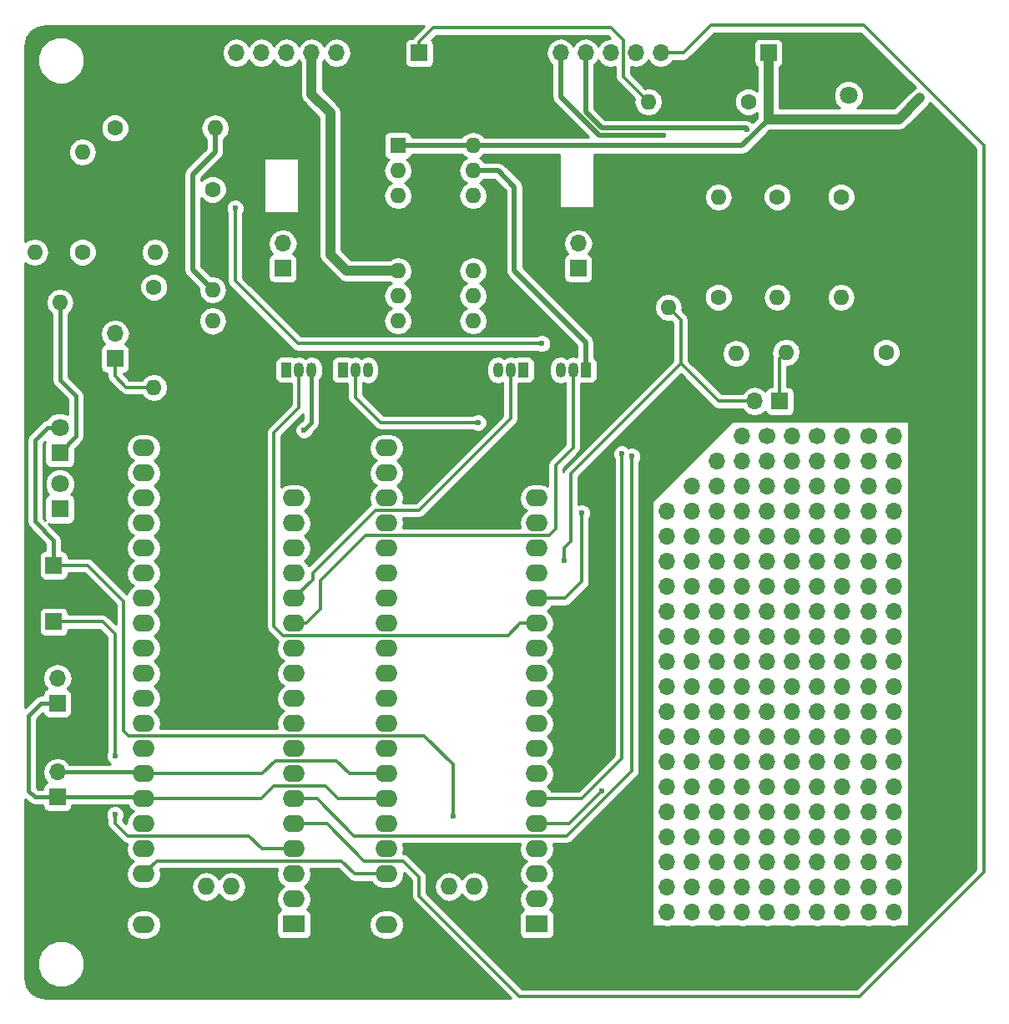
<source format=gbl>
G04 #@! TF.FileFunction,Copper,L2,Bot,Signal*
%FSLAX46Y46*%
G04 Gerber Fmt 4.6, Leading zero omitted, Abs format (unit mm)*
G04 Created by KiCad (PCBNEW 4.0.2-stable) date 12/13/2018 9:00:57 AM*
%MOMM*%
G01*
G04 APERTURE LIST*
%ADD10C,0.100000*%
%ADD11R,1.700000X1.700000*%
%ADD12O,1.700000X1.700000*%
%ADD13C,1.700000*%
%ADD14C,1.600000*%
%ADD15O,1.600000X1.600000*%
%ADD16R,1.800000X1.800000*%
%ADD17C,1.800000*%
%ADD18R,1.600000X1.600000*%
%ADD19O,1.050000X1.500000*%
%ADD20R,1.050000X1.500000*%
%ADD21R,2.250000X1.727200*%
%ADD22O,2.250000X1.727200*%
%ADD23O,1.727200X1.727200*%
%ADD24C,0.600000*%
%ADD25C,0.300000*%
%ADD26C,0.400000*%
%ADD27C,1.000000*%
%ADD28C,0.500000*%
%ADD29C,0.254000*%
G04 APERTURE END LIST*
D10*
D11*
X108966000Y-63246000D03*
D12*
X108966000Y-60706000D03*
D11*
X134620000Y-41402000D03*
D12*
X137160000Y-41402000D03*
X139700000Y-41402000D03*
X142240000Y-41402000D03*
X144780000Y-41402000D03*
X147320000Y-41402000D03*
X150495000Y-85344000D03*
X147955000Y-87884000D03*
X150495000Y-87884000D03*
X147955000Y-90424000D03*
X150495000Y-90424000D03*
X147955000Y-92964000D03*
X150495000Y-92964000D03*
X147955000Y-95504000D03*
X150495000Y-95504000D03*
X147955000Y-98044000D03*
X150495000Y-98044000D03*
X147955000Y-100584000D03*
X150495000Y-100584000D03*
X147955000Y-103124000D03*
X150495000Y-103124000D03*
X147955000Y-105664000D03*
X150495000Y-105664000D03*
X147955000Y-108204000D03*
X150495000Y-108204000D03*
X147955000Y-110744000D03*
X150495000Y-110744000D03*
X147955000Y-113284000D03*
X150495000Y-113284000D03*
X147955000Y-115824000D03*
X150495000Y-115824000D03*
X147955000Y-118364000D03*
X150495000Y-118364000D03*
X147955000Y-120904000D03*
X150495000Y-120904000D03*
X147955000Y-123444000D03*
X150495000Y-123444000D03*
X147955000Y-125984000D03*
X150495000Y-125984000D03*
X147955000Y-128524000D03*
X150495000Y-128524000D03*
X147955000Y-131064000D03*
X150495000Y-131064000D03*
D13*
X168402000Y-80264000D03*
D12*
X170942000Y-80264000D03*
X168402000Y-82804000D03*
X170942000Y-82804000D03*
X168402000Y-85344000D03*
X170942000Y-85344000D03*
X168402000Y-87884000D03*
X170942000Y-87884000D03*
X168402000Y-90424000D03*
X170942000Y-90424000D03*
X168402000Y-92964000D03*
X170942000Y-92964000D03*
X168402000Y-95504000D03*
X170942000Y-95504000D03*
X168402000Y-98044000D03*
X170942000Y-98044000D03*
X168402000Y-100584000D03*
X170942000Y-100584000D03*
X168402000Y-103124000D03*
X170942000Y-103124000D03*
X168402000Y-105664000D03*
X170942000Y-105664000D03*
X168402000Y-108204000D03*
X170942000Y-108204000D03*
X168402000Y-110744000D03*
X170942000Y-110744000D03*
X168402000Y-113284000D03*
X170942000Y-113284000D03*
X168402000Y-115824000D03*
X170942000Y-115824000D03*
X168402000Y-118364000D03*
X170942000Y-118364000D03*
X168402000Y-120904000D03*
X170942000Y-120904000D03*
X168402000Y-123444000D03*
X170942000Y-123444000D03*
X168402000Y-125984000D03*
X170942000Y-125984000D03*
X168402000Y-128524000D03*
X170942000Y-128524000D03*
X168402000Y-131064000D03*
X155575000Y-80264000D03*
X153035000Y-82804000D03*
X155575000Y-82804000D03*
X153035000Y-85344000D03*
X155575000Y-85344000D03*
X153035000Y-87884000D03*
X155575000Y-87884000D03*
X153035000Y-90424000D03*
X155575000Y-90424000D03*
X153035000Y-92964000D03*
X155575000Y-92964000D03*
X153035000Y-95504000D03*
X155575000Y-95504000D03*
X153035000Y-98044000D03*
X155575000Y-98044000D03*
X153035000Y-100584000D03*
X155575000Y-100584000D03*
X153035000Y-103124000D03*
X155575000Y-103124000D03*
X153035000Y-105664000D03*
X155575000Y-105664000D03*
X153035000Y-108204000D03*
X155575000Y-108204000D03*
X153035000Y-110744000D03*
X155575000Y-110744000D03*
X153035000Y-113284000D03*
X155575000Y-113284000D03*
X153035000Y-115824000D03*
X155575000Y-115824000D03*
X153035000Y-118364000D03*
X155575000Y-118364000D03*
X153035000Y-120904000D03*
X155575000Y-120904000D03*
X153035000Y-123444000D03*
X155575000Y-123444000D03*
X153035000Y-125984000D03*
X155575000Y-125984000D03*
X153035000Y-128524000D03*
X155575000Y-128524000D03*
X153035000Y-131064000D03*
X155575000Y-131064000D03*
D13*
X163195000Y-80264000D03*
D12*
X165735000Y-80264000D03*
X163195000Y-82804000D03*
X165735000Y-82804000D03*
X163195000Y-85344000D03*
X165735000Y-85344000D03*
X163195000Y-87884000D03*
X165735000Y-87884000D03*
X163195000Y-90424000D03*
X165735000Y-90424000D03*
X163195000Y-92964000D03*
X165735000Y-92964000D03*
X163195000Y-95504000D03*
X165735000Y-95504000D03*
X163195000Y-98044000D03*
X165735000Y-98044000D03*
X163195000Y-100584000D03*
X165735000Y-100584000D03*
X163195000Y-103124000D03*
X165735000Y-103124000D03*
X163195000Y-105664000D03*
X165735000Y-105664000D03*
X163195000Y-108204000D03*
X165735000Y-108204000D03*
X163195000Y-110744000D03*
X165735000Y-110744000D03*
X163195000Y-113284000D03*
X165735000Y-113284000D03*
X163195000Y-115824000D03*
X165735000Y-115824000D03*
X163195000Y-118364000D03*
X165735000Y-118364000D03*
X163195000Y-120904000D03*
X165735000Y-120904000D03*
X163195000Y-123444000D03*
X165735000Y-123444000D03*
X163195000Y-125984000D03*
X165735000Y-125984000D03*
X163195000Y-128524000D03*
X165735000Y-128524000D03*
X163195000Y-131064000D03*
X165735000Y-131064000D03*
D13*
X158115000Y-80264000D03*
D12*
X160655000Y-80264000D03*
X158115000Y-82804000D03*
X160655000Y-82804000D03*
X158115000Y-85344000D03*
X160655000Y-85344000D03*
X158115000Y-87884000D03*
X160655000Y-87884000D03*
X158115000Y-90424000D03*
X160655000Y-90424000D03*
X158115000Y-92964000D03*
X160655000Y-92964000D03*
X158115000Y-95504000D03*
X160655000Y-95504000D03*
X158115000Y-98044000D03*
X160655000Y-98044000D03*
X158115000Y-100584000D03*
X160655000Y-100584000D03*
X158115000Y-103124000D03*
X160655000Y-103124000D03*
X158115000Y-105664000D03*
X160655000Y-105664000D03*
X158115000Y-108204000D03*
X160655000Y-108204000D03*
X158115000Y-110744000D03*
X160655000Y-110744000D03*
X158115000Y-113284000D03*
X160655000Y-113284000D03*
X158115000Y-115824000D03*
X160655000Y-115824000D03*
X158115000Y-118364000D03*
X160655000Y-118364000D03*
X158115000Y-120904000D03*
X160655000Y-120904000D03*
X158115000Y-123444000D03*
X160655000Y-123444000D03*
X158115000Y-125984000D03*
X160655000Y-125984000D03*
X158115000Y-128524000D03*
X160655000Y-128524000D03*
X158115000Y-131064000D03*
X160655000Y-131064000D03*
D11*
X101727000Y-41402000D03*
D12*
X104267000Y-41402000D03*
X106807000Y-41402000D03*
X109347000Y-41402000D03*
X111887000Y-41402000D03*
X114427000Y-41402000D03*
D14*
X148082000Y-59690000D03*
D15*
X148082000Y-67190000D03*
D14*
X147447000Y-71882000D03*
D15*
X154947000Y-71882000D03*
D14*
X96012000Y-54102000D03*
D15*
X96012000Y-61602000D03*
D14*
X101854000Y-76073000D03*
D15*
X101854000Y-68573000D03*
D16*
X166370000Y-43180000D03*
D17*
X166370000Y-45720000D03*
D16*
X86360000Y-87630000D03*
D17*
X86360000Y-85090000D03*
D16*
X86360000Y-81915000D03*
D17*
X86360000Y-79375000D03*
D18*
X120650000Y-50800000D03*
D15*
X128270000Y-68580000D03*
X120650000Y-53340000D03*
X128270000Y-66040000D03*
X120650000Y-55880000D03*
X128270000Y-63500000D03*
X120650000Y-58420000D03*
X128270000Y-60960000D03*
X120650000Y-60960000D03*
X128270000Y-58420000D03*
X120650000Y-63500000D03*
X128270000Y-55880000D03*
X120650000Y-66040000D03*
X128270000Y-53340000D03*
X120650000Y-68580000D03*
X128270000Y-50800000D03*
D11*
X85725000Y-99060000D03*
X86106000Y-116840000D03*
D12*
X86106000Y-114300000D03*
D11*
X122809000Y-41402000D03*
D12*
X125349000Y-41402000D03*
D11*
X158242000Y-41402000D03*
D12*
X155702000Y-41402000D03*
D11*
X85725000Y-93345000D03*
X86106000Y-107315000D03*
D12*
X86106000Y-104775000D03*
D19*
X132080000Y-73533000D03*
X130810000Y-73533000D03*
D20*
X133350000Y-73533000D03*
D19*
X138430000Y-73533000D03*
X137160000Y-73533000D03*
D20*
X139700000Y-73533000D03*
D19*
X116332000Y-73533000D03*
X117602000Y-73533000D03*
D20*
X115062000Y-73533000D03*
D19*
X110617000Y-73533000D03*
X111887000Y-73533000D03*
D20*
X109347000Y-73533000D03*
D14*
X156210000Y-46355000D03*
D15*
X146050000Y-46355000D03*
D14*
X159131000Y-56007000D03*
D15*
X159131000Y-66167000D03*
D14*
X165608000Y-56007000D03*
D15*
X165608000Y-66167000D03*
D14*
X153162000Y-66167000D03*
D15*
X153162000Y-56007000D03*
D14*
X170180000Y-71755000D03*
D15*
X160020000Y-71755000D03*
D14*
X83820000Y-51435000D03*
D15*
X83820000Y-61595000D03*
D14*
X91948000Y-49022000D03*
D15*
X102108000Y-49022000D03*
D14*
X101854000Y-55245000D03*
D15*
X101854000Y-65405000D03*
D14*
X88646000Y-61595000D03*
D15*
X88646000Y-51435000D03*
D14*
X95885000Y-65151000D03*
D15*
X95885000Y-75311000D03*
D14*
X86360000Y-76835000D03*
D15*
X86360000Y-66675000D03*
D21*
X110109000Y-129717800D03*
D22*
X110109000Y-127177800D03*
X110109000Y-124637800D03*
X110109000Y-122097800D03*
X110109000Y-119557800D03*
X110109000Y-117017800D03*
X110109000Y-114477800D03*
X110109000Y-111937800D03*
X110109000Y-109397800D03*
X110109000Y-106857800D03*
X110109000Y-104317800D03*
X110109000Y-101777800D03*
X110109000Y-99237800D03*
X110109000Y-96697800D03*
X110109000Y-94157800D03*
X110109000Y-91617800D03*
X110109000Y-89077800D03*
X110109000Y-86537800D03*
X110109000Y-83997800D03*
X110109000Y-81457800D03*
X94869000Y-81457800D03*
X94869000Y-83997800D03*
X94869000Y-86537800D03*
X94869000Y-89077800D03*
X94869000Y-91617800D03*
X94869000Y-94157800D03*
X94869000Y-96697800D03*
X94869000Y-99237800D03*
X94869000Y-101777800D03*
X94869000Y-104317800D03*
X94869000Y-106857800D03*
X94869000Y-109397800D03*
X94869000Y-111937800D03*
X94869000Y-114477800D03*
X94869000Y-117017800D03*
X94869000Y-119557800D03*
X94869000Y-122097800D03*
X94869000Y-124637800D03*
X94869000Y-127177800D03*
X94869000Y-129768600D03*
D23*
X101209000Y-125907800D03*
X103749000Y-125907800D03*
D21*
X134747000Y-129717800D03*
D22*
X134747000Y-127177800D03*
X134747000Y-124637800D03*
X134747000Y-122097800D03*
X134747000Y-119557800D03*
X134747000Y-117017800D03*
X134747000Y-114477800D03*
X134747000Y-111937800D03*
X134747000Y-109397800D03*
X134747000Y-106857800D03*
X134747000Y-104317800D03*
X134747000Y-101777800D03*
X134747000Y-99237800D03*
X134747000Y-96697800D03*
X134747000Y-94157800D03*
X134747000Y-91617800D03*
X134747000Y-89077800D03*
X134747000Y-86537800D03*
X134747000Y-83997800D03*
X134747000Y-81457800D03*
X119507000Y-81457800D03*
X119507000Y-83997800D03*
X119507000Y-86537800D03*
X119507000Y-89077800D03*
X119507000Y-91617800D03*
X119507000Y-94157800D03*
X119507000Y-96697800D03*
X119507000Y-99237800D03*
X119507000Y-101777800D03*
X119507000Y-104317800D03*
X119507000Y-106857800D03*
X119507000Y-109397800D03*
X119507000Y-111937800D03*
X119507000Y-114477800D03*
X119507000Y-117017800D03*
X119507000Y-119557800D03*
X119507000Y-122097800D03*
X119507000Y-124637800D03*
X119507000Y-127177800D03*
X119507000Y-129768600D03*
D23*
X125847000Y-125907800D03*
X128387000Y-125907800D03*
D11*
X138938000Y-63246000D03*
D12*
X138938000Y-60706000D03*
D11*
X159385000Y-76708000D03*
D12*
X156845000Y-76708000D03*
D11*
X91948000Y-72390000D03*
D12*
X91948000Y-69850000D03*
D24*
X170434000Y-50800000D03*
X169291000Y-44831000D03*
X169545000Y-50038000D03*
X169545000Y-50800000D03*
X170434000Y-50038000D03*
X134239000Y-49530000D03*
X135255000Y-49530000D03*
X136271000Y-49530000D03*
X137160000Y-48895000D03*
X135890000Y-48768000D03*
X134747000Y-48768000D03*
X135763000Y-47879000D03*
X136779000Y-47879000D03*
X137541000Y-48260000D03*
X129667000Y-57531000D03*
X130937000Y-57531000D03*
X130937000Y-58801000D03*
X129667000Y-58801000D03*
X129667000Y-60071000D03*
X130937000Y-60071000D03*
X130937000Y-61341000D03*
X129667000Y-61341000D03*
X119126000Y-59563000D03*
X118110000Y-59563000D03*
X117094000Y-59563000D03*
X116078000Y-59563000D03*
X115062000Y-59563000D03*
X119126000Y-58674000D03*
X118110000Y-58674000D03*
X117094000Y-58674000D03*
X116078000Y-58674000D03*
X115062000Y-58674000D03*
X115062000Y-57658000D03*
X116078000Y-57658000D03*
X117094000Y-57658000D03*
X118110000Y-57658000D03*
X119126000Y-57658000D03*
X116078000Y-61595000D03*
X117094000Y-61595000D03*
X118110000Y-61595000D03*
X119126000Y-61595000D03*
X119126000Y-60452000D03*
X118110000Y-60452000D03*
X117094000Y-60452000D03*
X116078000Y-60452000D03*
X115062000Y-60452000D03*
X141478000Y-58293000D03*
X126873000Y-128905000D03*
X106680000Y-83947000D03*
X137541000Y-92837000D03*
X91948000Y-118618000D03*
X91948000Y-112649000D03*
X126238000Y-118745000D03*
X173609000Y-45974000D03*
X111125000Y-79629000D03*
X147574000Y-49784000D03*
X156083000Y-49149000D03*
X141351000Y-116205000D03*
X139319000Y-88011000D03*
X128778000Y-78867000D03*
X144399000Y-82296000D03*
X104140000Y-57150000D03*
X135255000Y-70866000D03*
X143383000Y-82042000D03*
D25*
X170434000Y-50800000D02*
X170434000Y-50038000D01*
X169545000Y-50800000D02*
X169545000Y-50038000D01*
D26*
X134239000Y-49530000D02*
X135255000Y-49530000D01*
X136271000Y-49530000D02*
X136906000Y-48895000D01*
X136906000Y-48895000D02*
X137160000Y-48895000D01*
X135890000Y-48768000D02*
X134747000Y-48768000D01*
X135763000Y-47879000D02*
X136779000Y-47879000D01*
X129667000Y-57531000D02*
X130937000Y-57531000D01*
X130937000Y-58801000D02*
X129667000Y-58801000D01*
X129667000Y-60071000D02*
X130937000Y-60071000D01*
X130937000Y-61341000D02*
X129667000Y-61341000D01*
X115062000Y-59563000D02*
X115062000Y-60452000D01*
X118110000Y-59563000D02*
X117094000Y-59563000D01*
X116078000Y-59563000D02*
X115062000Y-59563000D01*
X119126000Y-58674000D02*
X118110000Y-58674000D01*
X116078000Y-58674000D02*
X117094000Y-58674000D01*
X115062000Y-57658000D02*
X115062000Y-58674000D01*
X117094000Y-57658000D02*
X116078000Y-57658000D01*
X119126000Y-57658000D02*
X118110000Y-57658000D01*
X119126000Y-58674000D02*
X119126000Y-59563000D01*
X117094000Y-61595000D02*
X116078000Y-61595000D01*
X119126000Y-61595000D02*
X118110000Y-61595000D01*
X118110000Y-60452000D02*
X119126000Y-60452000D01*
X116078000Y-60452000D02*
X117094000Y-60452000D01*
D25*
X156845000Y-76708000D02*
X153162000Y-76708000D01*
X153162000Y-76708000D02*
X149352000Y-72898000D01*
X148082000Y-67190000D02*
X149352000Y-68460000D01*
X137541000Y-91567000D02*
X137541000Y-92837000D01*
X138176000Y-90932000D02*
X137541000Y-91567000D01*
X138176000Y-84074000D02*
X138176000Y-90932000D01*
X149352000Y-72898000D02*
X138176000Y-84074000D01*
X149352000Y-68460000D02*
X149352000Y-72898000D01*
X159385000Y-76708000D02*
X159385000Y-72390000D01*
X159385000Y-72390000D02*
X160020000Y-71755000D01*
X91948000Y-72390000D02*
X91948000Y-74168000D01*
X93091000Y-75311000D02*
X95885000Y-75311000D01*
X91948000Y-74168000D02*
X93091000Y-75311000D01*
X85725000Y-99060000D02*
X90678000Y-99060000D01*
X106857800Y-122097800D02*
X110109000Y-122097800D01*
X105537000Y-120777000D02*
X106857800Y-122097800D01*
X93218000Y-120777000D02*
X105537000Y-120777000D01*
X91948000Y-119507000D02*
X93218000Y-120777000D01*
X91948000Y-118618000D02*
X91948000Y-119507000D01*
X91948000Y-100330000D02*
X91948000Y-112649000D01*
X90678000Y-99060000D02*
X91948000Y-100330000D01*
D26*
X86360000Y-81915000D02*
X88011000Y-80264000D01*
X86360000Y-74549000D02*
X86360000Y-66675000D01*
X88011000Y-76200000D02*
X86360000Y-74549000D01*
X88011000Y-80264000D02*
X88011000Y-76200000D01*
D25*
X85725000Y-93345000D02*
X89154000Y-93345000D01*
X126238000Y-113538000D02*
X126238000Y-118745000D01*
X123317000Y-110617000D02*
X126238000Y-113538000D01*
X93345000Y-110617000D02*
X123317000Y-110617000D01*
X92837000Y-110109000D02*
X93345000Y-110617000D01*
X92837000Y-97028000D02*
X92837000Y-110109000D01*
X89154000Y-93345000D02*
X92837000Y-97028000D01*
D26*
X85725000Y-93345000D02*
X85725000Y-90805000D01*
X85090000Y-79375000D02*
X86360000Y-79375000D01*
X83820000Y-80645000D02*
X85090000Y-79375000D01*
X83820000Y-88900000D02*
X83820000Y-80645000D01*
X85725000Y-90805000D02*
X83820000Y-88900000D01*
D27*
X158242000Y-48133000D02*
X158242000Y-41402000D01*
X173609000Y-45974000D02*
X171450000Y-48133000D01*
X171450000Y-48133000D02*
X158242000Y-48133000D01*
D26*
X111887000Y-78867000D02*
X111887000Y-73533000D01*
X111125000Y-79629000D02*
X111887000Y-78867000D01*
D25*
X94869000Y-124637800D02*
X96189800Y-123317000D01*
X116255800Y-124637800D02*
X119507000Y-124637800D01*
X114935000Y-123317000D02*
X116255800Y-124637800D01*
X96189800Y-123317000D02*
X114935000Y-123317000D01*
D28*
X120650000Y-50800000D02*
X128270000Y-50800000D01*
X158242000Y-48133000D02*
X155575000Y-50800000D01*
X155575000Y-50800000D02*
X128270000Y-50800000D01*
D27*
X111887000Y-41402000D02*
X111887000Y-45593000D01*
X115443000Y-63500000D02*
X120650000Y-63500000D01*
X113792000Y-61849000D02*
X115443000Y-63500000D01*
X113792000Y-47498000D02*
X113792000Y-61849000D01*
X111887000Y-45593000D02*
X113792000Y-47498000D01*
D28*
X139700000Y-73533000D02*
X139700000Y-70739000D01*
X130810000Y-53340000D02*
X128270000Y-53340000D01*
X132461000Y-54991000D02*
X130810000Y-53340000D01*
X132461000Y-63500000D02*
X132461000Y-54991000D01*
X139700000Y-70739000D02*
X132461000Y-63500000D01*
D25*
X146050000Y-46355000D02*
X143510000Y-43815000D01*
X122809000Y-40259000D02*
X122809000Y-41402000D01*
X124206000Y-38862000D02*
X122809000Y-40259000D01*
X142240000Y-38862000D02*
X124206000Y-38862000D01*
X143510000Y-40132000D02*
X142240000Y-38862000D01*
X143510000Y-43815000D02*
X143510000Y-40132000D01*
D28*
X137160000Y-41402000D02*
X137160000Y-45847000D01*
X141097000Y-49784000D02*
X147574000Y-49784000D01*
X137160000Y-45847000D02*
X141097000Y-49784000D01*
X139700000Y-41402000D02*
X139700000Y-47397048D01*
X155956000Y-49022000D02*
X156083000Y-49149000D01*
X141324952Y-49022000D02*
X155956000Y-49022000D01*
X139700000Y-47397048D02*
X141324952Y-49022000D01*
D25*
X147320000Y-41402000D02*
X149606000Y-41402000D01*
X113461800Y-119557800D02*
X110109000Y-119557800D01*
X117221000Y-123317000D02*
X113461800Y-119557800D01*
X121158000Y-123317000D02*
X117221000Y-123317000D01*
X122809000Y-124968000D02*
X121158000Y-123317000D01*
X122809000Y-126873000D02*
X122809000Y-124968000D01*
X132969000Y-137033000D02*
X122809000Y-126873000D01*
X167513000Y-137033000D02*
X132969000Y-137033000D01*
X180086000Y-124460000D02*
X167513000Y-137033000D01*
X180086000Y-50800000D02*
X180086000Y-124460000D01*
X167894000Y-38608000D02*
X180086000Y-50800000D01*
X152400000Y-38608000D02*
X167894000Y-38608000D01*
X149606000Y-41402000D02*
X152400000Y-38608000D01*
X94869000Y-117017800D02*
X106756200Y-117017800D01*
X114604800Y-117017800D02*
X119507000Y-117017800D01*
X113284000Y-115697000D02*
X114604800Y-117017800D01*
X108077000Y-115697000D02*
X113284000Y-115697000D01*
X106756200Y-117017800D02*
X108077000Y-115697000D01*
D26*
X86106000Y-116840000D02*
X94691200Y-116840000D01*
X94691200Y-116840000D02*
X94869000Y-117017800D01*
X86106000Y-116840000D02*
X83820000Y-116840000D01*
X84455000Y-107315000D02*
X86106000Y-107315000D01*
X83185000Y-108585000D02*
X84455000Y-107315000D01*
X83185000Y-116205000D02*
X83185000Y-108585000D01*
X83820000Y-116840000D02*
X83185000Y-116205000D01*
D25*
X94869000Y-114477800D02*
X106883200Y-114477800D01*
X115747800Y-114477800D02*
X119507000Y-114477800D01*
X114427000Y-113157000D02*
X115747800Y-114477800D01*
X108204000Y-113157000D02*
X114427000Y-113157000D01*
X106883200Y-114477800D02*
X108204000Y-113157000D01*
D26*
X86106000Y-114300000D02*
X94691200Y-114300000D01*
X94691200Y-114300000D02*
X94869000Y-114477800D01*
D25*
X137998200Y-119557800D02*
X134747000Y-119557800D01*
X141351000Y-116205000D02*
X137998200Y-119557800D01*
X132080000Y-73533000D02*
X132080000Y-78486000D01*
X112014000Y-94792800D02*
X110109000Y-96697800D01*
X112014000Y-94107000D02*
X112014000Y-94792800D01*
X118364000Y-87757000D02*
X112014000Y-94107000D01*
X122809000Y-87757000D02*
X118364000Y-87757000D01*
X132080000Y-78486000D02*
X122809000Y-87757000D01*
X138430000Y-73533000D02*
X138430000Y-81407000D01*
X111328200Y-99237800D02*
X110109000Y-99237800D01*
X112776000Y-97790000D02*
X111328200Y-99237800D01*
X112776000Y-94869000D02*
X112776000Y-97790000D01*
X117348000Y-90297000D02*
X112776000Y-94869000D01*
X136017000Y-90297000D02*
X117348000Y-90297000D01*
X136652000Y-89662000D02*
X136017000Y-90297000D01*
X136652000Y-83185000D02*
X136652000Y-89662000D01*
X138430000Y-81407000D02*
X136652000Y-83185000D01*
X116332000Y-73533000D02*
X116332000Y-76327000D01*
X137617200Y-96697800D02*
X134747000Y-96697800D01*
X139319000Y-94996000D02*
X137617200Y-96697800D01*
X139319000Y-88011000D02*
X139319000Y-94996000D01*
X118872000Y-78867000D02*
X128778000Y-78867000D01*
X116332000Y-76327000D02*
X118872000Y-78867000D01*
X110617000Y-73533000D02*
X110617000Y-77343000D01*
X133045200Y-99237800D02*
X134747000Y-99237800D01*
X131826000Y-100457000D02*
X133045200Y-99237800D01*
X108966000Y-100457000D02*
X131826000Y-100457000D01*
X108077000Y-99568000D02*
X108966000Y-100457000D01*
X108077000Y-79883000D02*
X108077000Y-99568000D01*
X110617000Y-77343000D02*
X108077000Y-79883000D01*
D28*
X102108000Y-49022000D02*
X102108000Y-51435000D01*
X99822000Y-63373000D02*
X101854000Y-65405000D01*
X99822000Y-53721000D02*
X99822000Y-63373000D01*
X102108000Y-51435000D02*
X99822000Y-53721000D01*
D25*
X112445800Y-117017800D02*
X110109000Y-117017800D01*
X116205000Y-120777000D02*
X112445800Y-117017800D01*
X137795000Y-120777000D02*
X116205000Y-120777000D01*
X144399000Y-114173000D02*
X137795000Y-120777000D01*
X144399000Y-91948000D02*
X144399000Y-114173000D01*
X144399000Y-82296000D02*
X144399000Y-91948000D01*
X134747000Y-117017800D02*
X139268200Y-117017800D01*
X104140000Y-64516000D02*
X104140000Y-57150000D01*
X110490000Y-70866000D02*
X104140000Y-64516000D01*
X118999000Y-70866000D02*
X110490000Y-70866000D01*
X135255000Y-70866000D02*
X118999000Y-70866000D01*
X143383000Y-112903000D02*
X143383000Y-82042000D01*
X139268200Y-117017800D02*
X143383000Y-112903000D01*
D29*
G36*
X83229566Y-117430434D02*
X83500460Y-117611440D01*
X83820000Y-117675000D01*
X84608560Y-117675000D01*
X84608560Y-117690000D01*
X84652838Y-117925317D01*
X84791910Y-118141441D01*
X85004110Y-118286431D01*
X85256000Y-118337440D01*
X86956000Y-118337440D01*
X87191317Y-118293162D01*
X87407441Y-118154090D01*
X87552431Y-117941890D01*
X87603440Y-117690000D01*
X87603440Y-117675000D01*
X93244528Y-117675000D01*
X93513450Y-118077470D01*
X93828231Y-118287800D01*
X93513450Y-118498130D01*
X93188594Y-118984311D01*
X93080234Y-119529076D01*
X92733000Y-119181842D01*
X92733000Y-119155506D01*
X92740192Y-119148327D01*
X92882838Y-118804799D01*
X92883162Y-118432833D01*
X92741117Y-118089057D01*
X92478327Y-117825808D01*
X92134799Y-117683162D01*
X91762833Y-117682838D01*
X91419057Y-117824883D01*
X91155808Y-118087673D01*
X91013162Y-118431201D01*
X91012838Y-118803167D01*
X91154883Y-119146943D01*
X91163000Y-119155074D01*
X91163000Y-119507000D01*
X91222755Y-119807407D01*
X91392921Y-120062079D01*
X92662921Y-121332079D01*
X92917593Y-121502245D01*
X93182502Y-121554939D01*
X93074520Y-122097800D01*
X93188594Y-122671289D01*
X93513450Y-123157470D01*
X93828231Y-123367800D01*
X93513450Y-123578130D01*
X93188594Y-124064311D01*
X93074520Y-124637800D01*
X93188594Y-125211289D01*
X93513450Y-125697470D01*
X93999631Y-126022326D01*
X94573120Y-126136400D01*
X95164880Y-126136400D01*
X95738369Y-126022326D01*
X95953707Y-125878441D01*
X99710400Y-125878441D01*
X99710400Y-125937159D01*
X99824474Y-126510648D01*
X100149330Y-126996829D01*
X100635511Y-127321685D01*
X101209000Y-127435759D01*
X101782489Y-127321685D01*
X102268670Y-126996829D01*
X102479000Y-126682048D01*
X102689330Y-126996829D01*
X103175511Y-127321685D01*
X103749000Y-127435759D01*
X104322489Y-127321685D01*
X104808670Y-126996829D01*
X105133526Y-126510648D01*
X105247600Y-125937159D01*
X105247600Y-125878441D01*
X105133526Y-125304952D01*
X104808670Y-124818771D01*
X104322489Y-124493915D01*
X103749000Y-124379841D01*
X103175511Y-124493915D01*
X102689330Y-124818771D01*
X102479000Y-125133552D01*
X102268670Y-124818771D01*
X101782489Y-124493915D01*
X101209000Y-124379841D01*
X100635511Y-124493915D01*
X100149330Y-124818771D01*
X99824474Y-125304952D01*
X99710400Y-125878441D01*
X95953707Y-125878441D01*
X96224550Y-125697470D01*
X96549406Y-125211289D01*
X96663480Y-124637800D01*
X96556903Y-124102000D01*
X108421097Y-124102000D01*
X108314520Y-124637800D01*
X108428594Y-125211289D01*
X108753450Y-125697470D01*
X109068231Y-125907800D01*
X108753450Y-126118130D01*
X108428594Y-126604311D01*
X108314520Y-127177800D01*
X108428594Y-127751289D01*
X108753450Y-128237470D01*
X108768247Y-128247357D01*
X108748683Y-128251038D01*
X108532559Y-128390110D01*
X108387569Y-128602310D01*
X108336560Y-128854200D01*
X108336560Y-130581400D01*
X108380838Y-130816717D01*
X108519910Y-131032841D01*
X108732110Y-131177831D01*
X108984000Y-131228840D01*
X111234000Y-131228840D01*
X111469317Y-131184562D01*
X111685441Y-131045490D01*
X111830431Y-130833290D01*
X111881440Y-130581400D01*
X111881440Y-129768600D01*
X117712520Y-129768600D01*
X117826594Y-130342089D01*
X118151450Y-130828270D01*
X118637631Y-131153126D01*
X119211120Y-131267200D01*
X119802880Y-131267200D01*
X120376369Y-131153126D01*
X120862550Y-130828270D01*
X121187406Y-130342089D01*
X121301480Y-129768600D01*
X121187406Y-129195111D01*
X120862550Y-128708930D01*
X120376369Y-128384074D01*
X119802880Y-128270000D01*
X119211120Y-128270000D01*
X118637631Y-128384074D01*
X118151450Y-128708930D01*
X117826594Y-129195111D01*
X117712520Y-129768600D01*
X111881440Y-129768600D01*
X111881440Y-128854200D01*
X111837162Y-128618883D01*
X111698090Y-128402759D01*
X111485890Y-128257769D01*
X111446199Y-128249731D01*
X111464550Y-128237470D01*
X111789406Y-127751289D01*
X111903480Y-127177800D01*
X111789406Y-126604311D01*
X111464550Y-126118130D01*
X111149769Y-125907800D01*
X111464550Y-125697470D01*
X111789406Y-125211289D01*
X111903480Y-124637800D01*
X111796903Y-124102000D01*
X114609842Y-124102000D01*
X115700721Y-125192879D01*
X115955393Y-125363045D01*
X116255800Y-125422800D01*
X117967921Y-125422800D01*
X118151450Y-125697470D01*
X118637631Y-126022326D01*
X119211120Y-126136400D01*
X119802880Y-126136400D01*
X120376369Y-126022326D01*
X120862550Y-125697470D01*
X121187406Y-125211289D01*
X121301480Y-124637800D01*
X121284803Y-124553961D01*
X122024000Y-125293158D01*
X122024000Y-126873000D01*
X122083755Y-127173407D01*
X122253921Y-127428079D01*
X132062842Y-137237000D01*
X84903467Y-137237000D01*
X84082658Y-137073731D01*
X83444003Y-136646995D01*
X83017269Y-136008343D01*
X82854000Y-135187533D01*
X82854000Y-134203325D01*
X84101587Y-134203325D01*
X84463916Y-135080229D01*
X85134242Y-135751726D01*
X86010513Y-136115585D01*
X86959325Y-136116413D01*
X87836229Y-135754084D01*
X88507726Y-135083758D01*
X88871585Y-134207487D01*
X88872413Y-133258675D01*
X88510084Y-132381771D01*
X87839758Y-131710274D01*
X86963487Y-131346415D01*
X86014675Y-131345587D01*
X85137771Y-131707916D01*
X84466274Y-132378242D01*
X84102415Y-133254513D01*
X84101587Y-134203325D01*
X82854000Y-134203325D01*
X82854000Y-129768600D01*
X93074520Y-129768600D01*
X93188594Y-130342089D01*
X93513450Y-130828270D01*
X93999631Y-131153126D01*
X94573120Y-131267200D01*
X95164880Y-131267200D01*
X95738369Y-131153126D01*
X96224550Y-130828270D01*
X96549406Y-130342089D01*
X96663480Y-129768600D01*
X96549406Y-129195111D01*
X96224550Y-128708930D01*
X95738369Y-128384074D01*
X95164880Y-128270000D01*
X94573120Y-128270000D01*
X93999631Y-128384074D01*
X93513450Y-128708930D01*
X93188594Y-129195111D01*
X93074520Y-129768600D01*
X82854000Y-129768600D01*
X82854000Y-117054868D01*
X83229566Y-117430434D01*
X83229566Y-117430434D01*
G37*
X83229566Y-117430434D02*
X83500460Y-117611440D01*
X83820000Y-117675000D01*
X84608560Y-117675000D01*
X84608560Y-117690000D01*
X84652838Y-117925317D01*
X84791910Y-118141441D01*
X85004110Y-118286431D01*
X85256000Y-118337440D01*
X86956000Y-118337440D01*
X87191317Y-118293162D01*
X87407441Y-118154090D01*
X87552431Y-117941890D01*
X87603440Y-117690000D01*
X87603440Y-117675000D01*
X93244528Y-117675000D01*
X93513450Y-118077470D01*
X93828231Y-118287800D01*
X93513450Y-118498130D01*
X93188594Y-118984311D01*
X93080234Y-119529076D01*
X92733000Y-119181842D01*
X92733000Y-119155506D01*
X92740192Y-119148327D01*
X92882838Y-118804799D01*
X92883162Y-118432833D01*
X92741117Y-118089057D01*
X92478327Y-117825808D01*
X92134799Y-117683162D01*
X91762833Y-117682838D01*
X91419057Y-117824883D01*
X91155808Y-118087673D01*
X91013162Y-118431201D01*
X91012838Y-118803167D01*
X91154883Y-119146943D01*
X91163000Y-119155074D01*
X91163000Y-119507000D01*
X91222755Y-119807407D01*
X91392921Y-120062079D01*
X92662921Y-121332079D01*
X92917593Y-121502245D01*
X93182502Y-121554939D01*
X93074520Y-122097800D01*
X93188594Y-122671289D01*
X93513450Y-123157470D01*
X93828231Y-123367800D01*
X93513450Y-123578130D01*
X93188594Y-124064311D01*
X93074520Y-124637800D01*
X93188594Y-125211289D01*
X93513450Y-125697470D01*
X93999631Y-126022326D01*
X94573120Y-126136400D01*
X95164880Y-126136400D01*
X95738369Y-126022326D01*
X95953707Y-125878441D01*
X99710400Y-125878441D01*
X99710400Y-125937159D01*
X99824474Y-126510648D01*
X100149330Y-126996829D01*
X100635511Y-127321685D01*
X101209000Y-127435759D01*
X101782489Y-127321685D01*
X102268670Y-126996829D01*
X102479000Y-126682048D01*
X102689330Y-126996829D01*
X103175511Y-127321685D01*
X103749000Y-127435759D01*
X104322489Y-127321685D01*
X104808670Y-126996829D01*
X105133526Y-126510648D01*
X105247600Y-125937159D01*
X105247600Y-125878441D01*
X105133526Y-125304952D01*
X104808670Y-124818771D01*
X104322489Y-124493915D01*
X103749000Y-124379841D01*
X103175511Y-124493915D01*
X102689330Y-124818771D01*
X102479000Y-125133552D01*
X102268670Y-124818771D01*
X101782489Y-124493915D01*
X101209000Y-124379841D01*
X100635511Y-124493915D01*
X100149330Y-124818771D01*
X99824474Y-125304952D01*
X99710400Y-125878441D01*
X95953707Y-125878441D01*
X96224550Y-125697470D01*
X96549406Y-125211289D01*
X96663480Y-124637800D01*
X96556903Y-124102000D01*
X108421097Y-124102000D01*
X108314520Y-124637800D01*
X108428594Y-125211289D01*
X108753450Y-125697470D01*
X109068231Y-125907800D01*
X108753450Y-126118130D01*
X108428594Y-126604311D01*
X108314520Y-127177800D01*
X108428594Y-127751289D01*
X108753450Y-128237470D01*
X108768247Y-128247357D01*
X108748683Y-128251038D01*
X108532559Y-128390110D01*
X108387569Y-128602310D01*
X108336560Y-128854200D01*
X108336560Y-130581400D01*
X108380838Y-130816717D01*
X108519910Y-131032841D01*
X108732110Y-131177831D01*
X108984000Y-131228840D01*
X111234000Y-131228840D01*
X111469317Y-131184562D01*
X111685441Y-131045490D01*
X111830431Y-130833290D01*
X111881440Y-130581400D01*
X111881440Y-129768600D01*
X117712520Y-129768600D01*
X117826594Y-130342089D01*
X118151450Y-130828270D01*
X118637631Y-131153126D01*
X119211120Y-131267200D01*
X119802880Y-131267200D01*
X120376369Y-131153126D01*
X120862550Y-130828270D01*
X121187406Y-130342089D01*
X121301480Y-129768600D01*
X121187406Y-129195111D01*
X120862550Y-128708930D01*
X120376369Y-128384074D01*
X119802880Y-128270000D01*
X119211120Y-128270000D01*
X118637631Y-128384074D01*
X118151450Y-128708930D01*
X117826594Y-129195111D01*
X117712520Y-129768600D01*
X111881440Y-129768600D01*
X111881440Y-128854200D01*
X111837162Y-128618883D01*
X111698090Y-128402759D01*
X111485890Y-128257769D01*
X111446199Y-128249731D01*
X111464550Y-128237470D01*
X111789406Y-127751289D01*
X111903480Y-127177800D01*
X111789406Y-126604311D01*
X111464550Y-126118130D01*
X111149769Y-125907800D01*
X111464550Y-125697470D01*
X111789406Y-125211289D01*
X111903480Y-124637800D01*
X111796903Y-124102000D01*
X114609842Y-124102000D01*
X115700721Y-125192879D01*
X115955393Y-125363045D01*
X116255800Y-125422800D01*
X117967921Y-125422800D01*
X118151450Y-125697470D01*
X118637631Y-126022326D01*
X119211120Y-126136400D01*
X119802880Y-126136400D01*
X120376369Y-126022326D01*
X120862550Y-125697470D01*
X121187406Y-125211289D01*
X121301480Y-124637800D01*
X121284803Y-124553961D01*
X122024000Y-125293158D01*
X122024000Y-126873000D01*
X122083755Y-127173407D01*
X122253921Y-127428079D01*
X132062842Y-137237000D01*
X84903467Y-137237000D01*
X84082658Y-137073731D01*
X83444003Y-136646995D01*
X83017269Y-136008343D01*
X82854000Y-135187533D01*
X82854000Y-134203325D01*
X84101587Y-134203325D01*
X84463916Y-135080229D01*
X85134242Y-135751726D01*
X86010513Y-136115585D01*
X86959325Y-136116413D01*
X87836229Y-135754084D01*
X88507726Y-135083758D01*
X88871585Y-134207487D01*
X88872413Y-133258675D01*
X88510084Y-132381771D01*
X87839758Y-131710274D01*
X86963487Y-131346415D01*
X86014675Y-131345587D01*
X85137771Y-131707916D01*
X84466274Y-132378242D01*
X84102415Y-133254513D01*
X84101587Y-134203325D01*
X82854000Y-134203325D01*
X82854000Y-129768600D01*
X93074520Y-129768600D01*
X93188594Y-130342089D01*
X93513450Y-130828270D01*
X93999631Y-131153126D01*
X94573120Y-131267200D01*
X95164880Y-131267200D01*
X95738369Y-131153126D01*
X96224550Y-130828270D01*
X96549406Y-130342089D01*
X96663480Y-129768600D01*
X96549406Y-129195111D01*
X96224550Y-128708930D01*
X95738369Y-128384074D01*
X95164880Y-128270000D01*
X94573120Y-128270000D01*
X93999631Y-128384074D01*
X93513450Y-128708930D01*
X93188594Y-129195111D01*
X93074520Y-129768600D01*
X82854000Y-129768600D01*
X82854000Y-117054868D01*
X83229566Y-117430434D01*
G36*
X179301000Y-51125158D02*
X179301000Y-124134842D01*
X167187842Y-136248000D01*
X133294158Y-136248000D01*
X123594000Y-126547842D01*
X123594000Y-125878441D01*
X124348400Y-125878441D01*
X124348400Y-125937159D01*
X124462474Y-126510648D01*
X124787330Y-126996829D01*
X125273511Y-127321685D01*
X125847000Y-127435759D01*
X126420489Y-127321685D01*
X126906670Y-126996829D01*
X127117000Y-126682048D01*
X127327330Y-126996829D01*
X127813511Y-127321685D01*
X128387000Y-127435759D01*
X128960489Y-127321685D01*
X129446670Y-126996829D01*
X129771526Y-126510648D01*
X129885600Y-125937159D01*
X129885600Y-125878441D01*
X129771526Y-125304952D01*
X129446670Y-124818771D01*
X128960489Y-124493915D01*
X128387000Y-124379841D01*
X127813511Y-124493915D01*
X127327330Y-124818771D01*
X127117000Y-125133552D01*
X126906670Y-124818771D01*
X126420489Y-124493915D01*
X125847000Y-124379841D01*
X125273511Y-124493915D01*
X124787330Y-124818771D01*
X124462474Y-125304952D01*
X124348400Y-125878441D01*
X123594000Y-125878441D01*
X123594000Y-124968005D01*
X123594001Y-124968000D01*
X123534245Y-124667594D01*
X123364079Y-124412921D01*
X121713079Y-122761921D01*
X121458407Y-122591755D01*
X121212939Y-122542928D01*
X121301480Y-122097800D01*
X121194903Y-121562000D01*
X133059097Y-121562000D01*
X132952520Y-122097800D01*
X133066594Y-122671289D01*
X133391450Y-123157470D01*
X133706231Y-123367800D01*
X133391450Y-123578130D01*
X133066594Y-124064311D01*
X132952520Y-124637800D01*
X133066594Y-125211289D01*
X133391450Y-125697470D01*
X133706231Y-125907800D01*
X133391450Y-126118130D01*
X133066594Y-126604311D01*
X132952520Y-127177800D01*
X133066594Y-127751289D01*
X133391450Y-128237470D01*
X133406247Y-128247357D01*
X133386683Y-128251038D01*
X133170559Y-128390110D01*
X133025569Y-128602310D01*
X132974560Y-128854200D01*
X132974560Y-130581400D01*
X133018838Y-130816717D01*
X133157910Y-131032841D01*
X133370110Y-131177831D01*
X133622000Y-131228840D01*
X135872000Y-131228840D01*
X136107317Y-131184562D01*
X136323441Y-131045490D01*
X136468431Y-130833290D01*
X136519440Y-130581400D01*
X136519440Y-128854200D01*
X136475162Y-128618883D01*
X136336090Y-128402759D01*
X136123890Y-128257769D01*
X136084199Y-128249731D01*
X136102550Y-128237470D01*
X136427406Y-127751289D01*
X136541480Y-127177800D01*
X136427406Y-126604311D01*
X136102550Y-126118130D01*
X135787769Y-125907800D01*
X136102550Y-125697470D01*
X136427406Y-125211289D01*
X136541480Y-124637800D01*
X136427406Y-124064311D01*
X136102550Y-123578130D01*
X135787769Y-123367800D01*
X136102550Y-123157470D01*
X136427406Y-122671289D01*
X136541480Y-122097800D01*
X136434903Y-121562000D01*
X137795000Y-121562000D01*
X138095407Y-121502245D01*
X138350079Y-121332079D01*
X144954079Y-114728079D01*
X145124245Y-114473407D01*
X145184000Y-114173000D01*
X145184000Y-86868000D01*
X146431000Y-86868000D01*
X146431000Y-129794000D01*
X146439685Y-129840159D01*
X146466965Y-129882553D01*
X146508590Y-129910994D01*
X146558000Y-129921000D01*
X147483501Y-129921000D01*
X147925907Y-130009000D01*
X147984093Y-130009000D01*
X148426499Y-129921000D01*
X150023501Y-129921000D01*
X150465907Y-130009000D01*
X150524093Y-130009000D01*
X150966499Y-129921000D01*
X152563501Y-129921000D01*
X153005907Y-130009000D01*
X153064093Y-130009000D01*
X153506499Y-129921000D01*
X155103501Y-129921000D01*
X155545907Y-130009000D01*
X155604093Y-130009000D01*
X156046499Y-129921000D01*
X157643501Y-129921000D01*
X158085907Y-130009000D01*
X158144093Y-130009000D01*
X158586499Y-129921000D01*
X160183501Y-129921000D01*
X160625907Y-130009000D01*
X160684093Y-130009000D01*
X161126499Y-129921000D01*
X162723501Y-129921000D01*
X163165907Y-130009000D01*
X163224093Y-130009000D01*
X163666499Y-129921000D01*
X165263501Y-129921000D01*
X165705907Y-130009000D01*
X165764093Y-130009000D01*
X166206499Y-129921000D01*
X167930501Y-129921000D01*
X168372907Y-130009000D01*
X168431093Y-130009000D01*
X168873499Y-129921000D01*
X170470501Y-129921000D01*
X170912907Y-130009000D01*
X170971093Y-130009000D01*
X171413499Y-129921000D01*
X172339000Y-129921000D01*
X172385159Y-129912315D01*
X172427553Y-129885035D01*
X172455994Y-129843410D01*
X172466000Y-129794000D01*
X172466000Y-78867000D01*
X172457315Y-78820841D01*
X172430035Y-78778447D01*
X172388410Y-78750006D01*
X172339000Y-78740000D01*
X154559000Y-78740000D01*
X154511211Y-78749334D01*
X154469197Y-78777197D01*
X146468197Y-86778197D01*
X146441006Y-86818590D01*
X146431000Y-86868000D01*
X145184000Y-86868000D01*
X145184000Y-82833506D01*
X145191192Y-82826327D01*
X145333838Y-82482799D01*
X145334162Y-82110833D01*
X145192117Y-81767057D01*
X144929327Y-81503808D01*
X144585799Y-81361162D01*
X144213833Y-81360838D01*
X144079551Y-81416322D01*
X143913327Y-81249808D01*
X143569799Y-81107162D01*
X143197833Y-81106838D01*
X142854057Y-81248883D01*
X142590808Y-81511673D01*
X142448162Y-81855201D01*
X142447838Y-82227167D01*
X142589883Y-82570943D01*
X142598000Y-82579074D01*
X142598000Y-112577842D01*
X138943042Y-116232800D01*
X136286079Y-116232800D01*
X136102550Y-115958130D01*
X135787769Y-115747800D01*
X136102550Y-115537470D01*
X136427406Y-115051289D01*
X136541480Y-114477800D01*
X136427406Y-113904311D01*
X136102550Y-113418130D01*
X135787769Y-113207800D01*
X136102550Y-112997470D01*
X136427406Y-112511289D01*
X136541480Y-111937800D01*
X136427406Y-111364311D01*
X136102550Y-110878130D01*
X135787769Y-110667800D01*
X136102550Y-110457470D01*
X136427406Y-109971289D01*
X136541480Y-109397800D01*
X136427406Y-108824311D01*
X136102550Y-108338130D01*
X135787769Y-108127800D01*
X136102550Y-107917470D01*
X136427406Y-107431289D01*
X136541480Y-106857800D01*
X136427406Y-106284311D01*
X136102550Y-105798130D01*
X135787769Y-105587800D01*
X136102550Y-105377470D01*
X136427406Y-104891289D01*
X136541480Y-104317800D01*
X136427406Y-103744311D01*
X136102550Y-103258130D01*
X135787769Y-103047800D01*
X136102550Y-102837470D01*
X136427406Y-102351289D01*
X136541480Y-101777800D01*
X136427406Y-101204311D01*
X136102550Y-100718130D01*
X135787769Y-100507800D01*
X136102550Y-100297470D01*
X136427406Y-99811289D01*
X136541480Y-99237800D01*
X136427406Y-98664311D01*
X136102550Y-98178130D01*
X135787769Y-97967800D01*
X136102550Y-97757470D01*
X136286079Y-97482800D01*
X137617200Y-97482800D01*
X137917607Y-97423045D01*
X138172279Y-97252879D01*
X139874079Y-95551079D01*
X140044245Y-95296406D01*
X140104001Y-94996000D01*
X140104000Y-94995995D01*
X140104000Y-88548506D01*
X140111192Y-88541327D01*
X140253838Y-88197799D01*
X140254162Y-87825833D01*
X140112117Y-87482057D01*
X139849327Y-87218808D01*
X139505799Y-87076162D01*
X139133833Y-87075838D01*
X138961000Y-87147251D01*
X138961000Y-84399158D01*
X149352000Y-74008158D01*
X152606921Y-77263079D01*
X152861594Y-77433245D01*
X153162000Y-77493000D01*
X155598404Y-77493000D01*
X155794946Y-77787147D01*
X156276715Y-78109054D01*
X156845000Y-78222093D01*
X157413285Y-78109054D01*
X157895054Y-77787147D01*
X157922850Y-77745548D01*
X157931838Y-77793317D01*
X158070910Y-78009441D01*
X158283110Y-78154431D01*
X158535000Y-78205440D01*
X160235000Y-78205440D01*
X160470317Y-78161162D01*
X160686441Y-78022090D01*
X160831431Y-77809890D01*
X160882440Y-77558000D01*
X160882440Y-75858000D01*
X160838162Y-75622683D01*
X160699090Y-75406559D01*
X160486890Y-75261569D01*
X160235000Y-75210560D01*
X160170000Y-75210560D01*
X160170000Y-73165755D01*
X160597264Y-73080767D01*
X161062811Y-72769698D01*
X161373880Y-72304151D01*
X161426584Y-72039187D01*
X168744752Y-72039187D01*
X168962757Y-72566800D01*
X169366077Y-72970824D01*
X169893309Y-73189750D01*
X170464187Y-73190248D01*
X170991800Y-72972243D01*
X171395824Y-72568923D01*
X171614750Y-72041691D01*
X171615248Y-71470813D01*
X171397243Y-70943200D01*
X170993923Y-70539176D01*
X170466691Y-70320250D01*
X169895813Y-70319752D01*
X169368200Y-70537757D01*
X168964176Y-70941077D01*
X168745250Y-71468309D01*
X168744752Y-72039187D01*
X161426584Y-72039187D01*
X161483113Y-71755000D01*
X161373880Y-71205849D01*
X161062811Y-70740302D01*
X160597264Y-70429233D01*
X160048113Y-70320000D01*
X159991887Y-70320000D01*
X159442736Y-70429233D01*
X158977189Y-70740302D01*
X158666120Y-71205849D01*
X158556887Y-71755000D01*
X158641598Y-72180873D01*
X158600000Y-72390000D01*
X158600000Y-75210560D01*
X158535000Y-75210560D01*
X158299683Y-75254838D01*
X158083559Y-75393910D01*
X157938569Y-75606110D01*
X157924914Y-75673541D01*
X157895054Y-75628853D01*
X157413285Y-75306946D01*
X156845000Y-75193907D01*
X156276715Y-75306946D01*
X155794946Y-75628853D01*
X155598404Y-75923000D01*
X153487158Y-75923000D01*
X150137000Y-72572842D01*
X150137000Y-71882000D01*
X153483887Y-71882000D01*
X153593120Y-72431151D01*
X153904189Y-72896698D01*
X154369736Y-73207767D01*
X154918887Y-73317000D01*
X154975113Y-73317000D01*
X155524264Y-73207767D01*
X155989811Y-72896698D01*
X156300880Y-72431151D01*
X156410113Y-71882000D01*
X156300880Y-71332849D01*
X155989811Y-70867302D01*
X155524264Y-70556233D01*
X154975113Y-70447000D01*
X154918887Y-70447000D01*
X154369736Y-70556233D01*
X153904189Y-70867302D01*
X153593120Y-71332849D01*
X153483887Y-71882000D01*
X150137000Y-71882000D01*
X150137000Y-68460000D01*
X150077245Y-68159594D01*
X150077245Y-68159593D01*
X149907079Y-67904921D01*
X149467769Y-67465611D01*
X149517000Y-67218113D01*
X149517000Y-67161887D01*
X149407767Y-66612736D01*
X149299824Y-66451187D01*
X151726752Y-66451187D01*
X151944757Y-66978800D01*
X152348077Y-67382824D01*
X152875309Y-67601750D01*
X153446187Y-67602248D01*
X153973800Y-67384243D01*
X154377824Y-66980923D01*
X154596750Y-66453691D01*
X154597024Y-66138887D01*
X157696000Y-66138887D01*
X157696000Y-66195113D01*
X157805233Y-66744264D01*
X158116302Y-67209811D01*
X158581849Y-67520880D01*
X159131000Y-67630113D01*
X159680151Y-67520880D01*
X160145698Y-67209811D01*
X160456767Y-66744264D01*
X160566000Y-66195113D01*
X160566000Y-66138887D01*
X164173000Y-66138887D01*
X164173000Y-66195113D01*
X164282233Y-66744264D01*
X164593302Y-67209811D01*
X165058849Y-67520880D01*
X165608000Y-67630113D01*
X166157151Y-67520880D01*
X166622698Y-67209811D01*
X166933767Y-66744264D01*
X167043000Y-66195113D01*
X167043000Y-66138887D01*
X166933767Y-65589736D01*
X166622698Y-65124189D01*
X166157151Y-64813120D01*
X165608000Y-64703887D01*
X165058849Y-64813120D01*
X164593302Y-65124189D01*
X164282233Y-65589736D01*
X164173000Y-66138887D01*
X160566000Y-66138887D01*
X160456767Y-65589736D01*
X160145698Y-65124189D01*
X159680151Y-64813120D01*
X159131000Y-64703887D01*
X158581849Y-64813120D01*
X158116302Y-65124189D01*
X157805233Y-65589736D01*
X157696000Y-66138887D01*
X154597024Y-66138887D01*
X154597248Y-65882813D01*
X154379243Y-65355200D01*
X153975923Y-64951176D01*
X153448691Y-64732250D01*
X152877813Y-64731752D01*
X152350200Y-64949757D01*
X151946176Y-65353077D01*
X151727250Y-65880309D01*
X151726752Y-66451187D01*
X149299824Y-66451187D01*
X149096698Y-66147189D01*
X148631151Y-65836120D01*
X148082000Y-65726887D01*
X147532849Y-65836120D01*
X147067302Y-66147189D01*
X146756233Y-66612736D01*
X146647000Y-67161887D01*
X146647000Y-67218113D01*
X146756233Y-67767264D01*
X147067302Y-68232811D01*
X147532849Y-68543880D01*
X148082000Y-68653113D01*
X148376396Y-68594554D01*
X148567000Y-68785158D01*
X148567000Y-72572842D01*
X137620921Y-83518921D01*
X137450755Y-83773593D01*
X137437000Y-83842744D01*
X137437000Y-83510158D01*
X138985079Y-81962079D01*
X139155245Y-81707406D01*
X139215000Y-81407000D01*
X139215000Y-74930440D01*
X140225000Y-74930440D01*
X140460317Y-74886162D01*
X140676441Y-74747090D01*
X140821431Y-74534890D01*
X140872440Y-74283000D01*
X140872440Y-72783000D01*
X140828162Y-72547683D01*
X140689090Y-72331559D01*
X140585000Y-72260437D01*
X140585000Y-70739005D01*
X140585001Y-70739000D01*
X140517633Y-70400326D01*
X140517633Y-70400325D01*
X140325790Y-70113210D01*
X140325787Y-70113208D01*
X133346000Y-63133420D01*
X133346000Y-60706000D01*
X137423907Y-60706000D01*
X137536946Y-61274285D01*
X137858853Y-61756054D01*
X137900452Y-61783850D01*
X137852683Y-61792838D01*
X137636559Y-61931910D01*
X137491569Y-62144110D01*
X137440560Y-62396000D01*
X137440560Y-64096000D01*
X137484838Y-64331317D01*
X137623910Y-64547441D01*
X137836110Y-64692431D01*
X138088000Y-64743440D01*
X139788000Y-64743440D01*
X140023317Y-64699162D01*
X140239441Y-64560090D01*
X140384431Y-64347890D01*
X140435440Y-64096000D01*
X140435440Y-62396000D01*
X140391162Y-62160683D01*
X140252090Y-61944559D01*
X140039890Y-61799569D01*
X139972459Y-61785914D01*
X140017147Y-61756054D01*
X140339054Y-61274285D01*
X140452093Y-60706000D01*
X140339054Y-60137715D01*
X140017147Y-59655946D01*
X139535378Y-59334039D01*
X138967093Y-59221000D01*
X138908907Y-59221000D01*
X138340622Y-59334039D01*
X137858853Y-59655946D01*
X137536946Y-60137715D01*
X137423907Y-60706000D01*
X133346000Y-60706000D01*
X133346000Y-54991005D01*
X133346001Y-54991000D01*
X133278634Y-54652326D01*
X133202667Y-54538633D01*
X133086790Y-54365210D01*
X133086787Y-54365208D01*
X131435790Y-52714210D01*
X131148675Y-52522367D01*
X131092484Y-52511190D01*
X130810000Y-52454999D01*
X130809995Y-52455000D01*
X129399473Y-52455000D01*
X129312811Y-52325302D01*
X128930725Y-52070000D01*
X129312811Y-51814698D01*
X129399473Y-51685000D01*
X137033810Y-51685000D01*
X137033000Y-51689000D01*
X137033000Y-57023000D01*
X137041685Y-57069159D01*
X137068965Y-57111553D01*
X137110590Y-57139994D01*
X137160000Y-57150000D01*
X140462000Y-57150000D01*
X140508159Y-57141315D01*
X140550553Y-57114035D01*
X140578994Y-57072410D01*
X140589000Y-57023000D01*
X140589000Y-55978887D01*
X151727000Y-55978887D01*
X151727000Y-56035113D01*
X151836233Y-56584264D01*
X152147302Y-57049811D01*
X152612849Y-57360880D01*
X153162000Y-57470113D01*
X153711151Y-57360880D01*
X154176698Y-57049811D01*
X154487767Y-56584264D01*
X154546063Y-56291187D01*
X157695752Y-56291187D01*
X157913757Y-56818800D01*
X158317077Y-57222824D01*
X158844309Y-57441750D01*
X159415187Y-57442248D01*
X159942800Y-57224243D01*
X160346824Y-56820923D01*
X160565750Y-56293691D01*
X160565752Y-56291187D01*
X164172752Y-56291187D01*
X164390757Y-56818800D01*
X164794077Y-57222824D01*
X165321309Y-57441750D01*
X165892187Y-57442248D01*
X166419800Y-57224243D01*
X166823824Y-56820923D01*
X167042750Y-56293691D01*
X167043248Y-55722813D01*
X166825243Y-55195200D01*
X166421923Y-54791176D01*
X165894691Y-54572250D01*
X165323813Y-54571752D01*
X164796200Y-54789757D01*
X164392176Y-55193077D01*
X164173250Y-55720309D01*
X164172752Y-56291187D01*
X160565752Y-56291187D01*
X160566248Y-55722813D01*
X160348243Y-55195200D01*
X159944923Y-54791176D01*
X159417691Y-54572250D01*
X158846813Y-54571752D01*
X158319200Y-54789757D01*
X157915176Y-55193077D01*
X157696250Y-55720309D01*
X157695752Y-56291187D01*
X154546063Y-56291187D01*
X154597000Y-56035113D01*
X154597000Y-55978887D01*
X154487767Y-55429736D01*
X154176698Y-54964189D01*
X153711151Y-54653120D01*
X153162000Y-54543887D01*
X152612849Y-54653120D01*
X152147302Y-54964189D01*
X151836233Y-55429736D01*
X151727000Y-55978887D01*
X140589000Y-55978887D01*
X140589000Y-51689000D01*
X140588247Y-51685000D01*
X155574995Y-51685000D01*
X155575000Y-51685001D01*
X155857484Y-51628810D01*
X155913675Y-51617633D01*
X156200790Y-51425790D01*
X158358579Y-49268000D01*
X171450000Y-49268000D01*
X171884346Y-49181603D01*
X172252566Y-48935566D01*
X174411566Y-46776566D01*
X174628197Y-46452355D01*
X179301000Y-51125158D01*
X179301000Y-51125158D01*
G37*
X179301000Y-51125158D02*
X179301000Y-124134842D01*
X167187842Y-136248000D01*
X133294158Y-136248000D01*
X123594000Y-126547842D01*
X123594000Y-125878441D01*
X124348400Y-125878441D01*
X124348400Y-125937159D01*
X124462474Y-126510648D01*
X124787330Y-126996829D01*
X125273511Y-127321685D01*
X125847000Y-127435759D01*
X126420489Y-127321685D01*
X126906670Y-126996829D01*
X127117000Y-126682048D01*
X127327330Y-126996829D01*
X127813511Y-127321685D01*
X128387000Y-127435759D01*
X128960489Y-127321685D01*
X129446670Y-126996829D01*
X129771526Y-126510648D01*
X129885600Y-125937159D01*
X129885600Y-125878441D01*
X129771526Y-125304952D01*
X129446670Y-124818771D01*
X128960489Y-124493915D01*
X128387000Y-124379841D01*
X127813511Y-124493915D01*
X127327330Y-124818771D01*
X127117000Y-125133552D01*
X126906670Y-124818771D01*
X126420489Y-124493915D01*
X125847000Y-124379841D01*
X125273511Y-124493915D01*
X124787330Y-124818771D01*
X124462474Y-125304952D01*
X124348400Y-125878441D01*
X123594000Y-125878441D01*
X123594000Y-124968005D01*
X123594001Y-124968000D01*
X123534245Y-124667594D01*
X123364079Y-124412921D01*
X121713079Y-122761921D01*
X121458407Y-122591755D01*
X121212939Y-122542928D01*
X121301480Y-122097800D01*
X121194903Y-121562000D01*
X133059097Y-121562000D01*
X132952520Y-122097800D01*
X133066594Y-122671289D01*
X133391450Y-123157470D01*
X133706231Y-123367800D01*
X133391450Y-123578130D01*
X133066594Y-124064311D01*
X132952520Y-124637800D01*
X133066594Y-125211289D01*
X133391450Y-125697470D01*
X133706231Y-125907800D01*
X133391450Y-126118130D01*
X133066594Y-126604311D01*
X132952520Y-127177800D01*
X133066594Y-127751289D01*
X133391450Y-128237470D01*
X133406247Y-128247357D01*
X133386683Y-128251038D01*
X133170559Y-128390110D01*
X133025569Y-128602310D01*
X132974560Y-128854200D01*
X132974560Y-130581400D01*
X133018838Y-130816717D01*
X133157910Y-131032841D01*
X133370110Y-131177831D01*
X133622000Y-131228840D01*
X135872000Y-131228840D01*
X136107317Y-131184562D01*
X136323441Y-131045490D01*
X136468431Y-130833290D01*
X136519440Y-130581400D01*
X136519440Y-128854200D01*
X136475162Y-128618883D01*
X136336090Y-128402759D01*
X136123890Y-128257769D01*
X136084199Y-128249731D01*
X136102550Y-128237470D01*
X136427406Y-127751289D01*
X136541480Y-127177800D01*
X136427406Y-126604311D01*
X136102550Y-126118130D01*
X135787769Y-125907800D01*
X136102550Y-125697470D01*
X136427406Y-125211289D01*
X136541480Y-124637800D01*
X136427406Y-124064311D01*
X136102550Y-123578130D01*
X135787769Y-123367800D01*
X136102550Y-123157470D01*
X136427406Y-122671289D01*
X136541480Y-122097800D01*
X136434903Y-121562000D01*
X137795000Y-121562000D01*
X138095407Y-121502245D01*
X138350079Y-121332079D01*
X144954079Y-114728079D01*
X145124245Y-114473407D01*
X145184000Y-114173000D01*
X145184000Y-86868000D01*
X146431000Y-86868000D01*
X146431000Y-129794000D01*
X146439685Y-129840159D01*
X146466965Y-129882553D01*
X146508590Y-129910994D01*
X146558000Y-129921000D01*
X147483501Y-129921000D01*
X147925907Y-130009000D01*
X147984093Y-130009000D01*
X148426499Y-129921000D01*
X150023501Y-129921000D01*
X150465907Y-130009000D01*
X150524093Y-130009000D01*
X150966499Y-129921000D01*
X152563501Y-129921000D01*
X153005907Y-130009000D01*
X153064093Y-130009000D01*
X153506499Y-129921000D01*
X155103501Y-129921000D01*
X155545907Y-130009000D01*
X155604093Y-130009000D01*
X156046499Y-129921000D01*
X157643501Y-129921000D01*
X158085907Y-130009000D01*
X158144093Y-130009000D01*
X158586499Y-129921000D01*
X160183501Y-129921000D01*
X160625907Y-130009000D01*
X160684093Y-130009000D01*
X161126499Y-129921000D01*
X162723501Y-129921000D01*
X163165907Y-130009000D01*
X163224093Y-130009000D01*
X163666499Y-129921000D01*
X165263501Y-129921000D01*
X165705907Y-130009000D01*
X165764093Y-130009000D01*
X166206499Y-129921000D01*
X167930501Y-129921000D01*
X168372907Y-130009000D01*
X168431093Y-130009000D01*
X168873499Y-129921000D01*
X170470501Y-129921000D01*
X170912907Y-130009000D01*
X170971093Y-130009000D01*
X171413499Y-129921000D01*
X172339000Y-129921000D01*
X172385159Y-129912315D01*
X172427553Y-129885035D01*
X172455994Y-129843410D01*
X172466000Y-129794000D01*
X172466000Y-78867000D01*
X172457315Y-78820841D01*
X172430035Y-78778447D01*
X172388410Y-78750006D01*
X172339000Y-78740000D01*
X154559000Y-78740000D01*
X154511211Y-78749334D01*
X154469197Y-78777197D01*
X146468197Y-86778197D01*
X146441006Y-86818590D01*
X146431000Y-86868000D01*
X145184000Y-86868000D01*
X145184000Y-82833506D01*
X145191192Y-82826327D01*
X145333838Y-82482799D01*
X145334162Y-82110833D01*
X145192117Y-81767057D01*
X144929327Y-81503808D01*
X144585799Y-81361162D01*
X144213833Y-81360838D01*
X144079551Y-81416322D01*
X143913327Y-81249808D01*
X143569799Y-81107162D01*
X143197833Y-81106838D01*
X142854057Y-81248883D01*
X142590808Y-81511673D01*
X142448162Y-81855201D01*
X142447838Y-82227167D01*
X142589883Y-82570943D01*
X142598000Y-82579074D01*
X142598000Y-112577842D01*
X138943042Y-116232800D01*
X136286079Y-116232800D01*
X136102550Y-115958130D01*
X135787769Y-115747800D01*
X136102550Y-115537470D01*
X136427406Y-115051289D01*
X136541480Y-114477800D01*
X136427406Y-113904311D01*
X136102550Y-113418130D01*
X135787769Y-113207800D01*
X136102550Y-112997470D01*
X136427406Y-112511289D01*
X136541480Y-111937800D01*
X136427406Y-111364311D01*
X136102550Y-110878130D01*
X135787769Y-110667800D01*
X136102550Y-110457470D01*
X136427406Y-109971289D01*
X136541480Y-109397800D01*
X136427406Y-108824311D01*
X136102550Y-108338130D01*
X135787769Y-108127800D01*
X136102550Y-107917470D01*
X136427406Y-107431289D01*
X136541480Y-106857800D01*
X136427406Y-106284311D01*
X136102550Y-105798130D01*
X135787769Y-105587800D01*
X136102550Y-105377470D01*
X136427406Y-104891289D01*
X136541480Y-104317800D01*
X136427406Y-103744311D01*
X136102550Y-103258130D01*
X135787769Y-103047800D01*
X136102550Y-102837470D01*
X136427406Y-102351289D01*
X136541480Y-101777800D01*
X136427406Y-101204311D01*
X136102550Y-100718130D01*
X135787769Y-100507800D01*
X136102550Y-100297470D01*
X136427406Y-99811289D01*
X136541480Y-99237800D01*
X136427406Y-98664311D01*
X136102550Y-98178130D01*
X135787769Y-97967800D01*
X136102550Y-97757470D01*
X136286079Y-97482800D01*
X137617200Y-97482800D01*
X137917607Y-97423045D01*
X138172279Y-97252879D01*
X139874079Y-95551079D01*
X140044245Y-95296406D01*
X140104001Y-94996000D01*
X140104000Y-94995995D01*
X140104000Y-88548506D01*
X140111192Y-88541327D01*
X140253838Y-88197799D01*
X140254162Y-87825833D01*
X140112117Y-87482057D01*
X139849327Y-87218808D01*
X139505799Y-87076162D01*
X139133833Y-87075838D01*
X138961000Y-87147251D01*
X138961000Y-84399158D01*
X149352000Y-74008158D01*
X152606921Y-77263079D01*
X152861594Y-77433245D01*
X153162000Y-77493000D01*
X155598404Y-77493000D01*
X155794946Y-77787147D01*
X156276715Y-78109054D01*
X156845000Y-78222093D01*
X157413285Y-78109054D01*
X157895054Y-77787147D01*
X157922850Y-77745548D01*
X157931838Y-77793317D01*
X158070910Y-78009441D01*
X158283110Y-78154431D01*
X158535000Y-78205440D01*
X160235000Y-78205440D01*
X160470317Y-78161162D01*
X160686441Y-78022090D01*
X160831431Y-77809890D01*
X160882440Y-77558000D01*
X160882440Y-75858000D01*
X160838162Y-75622683D01*
X160699090Y-75406559D01*
X160486890Y-75261569D01*
X160235000Y-75210560D01*
X160170000Y-75210560D01*
X160170000Y-73165755D01*
X160597264Y-73080767D01*
X161062811Y-72769698D01*
X161373880Y-72304151D01*
X161426584Y-72039187D01*
X168744752Y-72039187D01*
X168962757Y-72566800D01*
X169366077Y-72970824D01*
X169893309Y-73189750D01*
X170464187Y-73190248D01*
X170991800Y-72972243D01*
X171395824Y-72568923D01*
X171614750Y-72041691D01*
X171615248Y-71470813D01*
X171397243Y-70943200D01*
X170993923Y-70539176D01*
X170466691Y-70320250D01*
X169895813Y-70319752D01*
X169368200Y-70537757D01*
X168964176Y-70941077D01*
X168745250Y-71468309D01*
X168744752Y-72039187D01*
X161426584Y-72039187D01*
X161483113Y-71755000D01*
X161373880Y-71205849D01*
X161062811Y-70740302D01*
X160597264Y-70429233D01*
X160048113Y-70320000D01*
X159991887Y-70320000D01*
X159442736Y-70429233D01*
X158977189Y-70740302D01*
X158666120Y-71205849D01*
X158556887Y-71755000D01*
X158641598Y-72180873D01*
X158600000Y-72390000D01*
X158600000Y-75210560D01*
X158535000Y-75210560D01*
X158299683Y-75254838D01*
X158083559Y-75393910D01*
X157938569Y-75606110D01*
X157924914Y-75673541D01*
X157895054Y-75628853D01*
X157413285Y-75306946D01*
X156845000Y-75193907D01*
X156276715Y-75306946D01*
X155794946Y-75628853D01*
X155598404Y-75923000D01*
X153487158Y-75923000D01*
X150137000Y-72572842D01*
X150137000Y-71882000D01*
X153483887Y-71882000D01*
X153593120Y-72431151D01*
X153904189Y-72896698D01*
X154369736Y-73207767D01*
X154918887Y-73317000D01*
X154975113Y-73317000D01*
X155524264Y-73207767D01*
X155989811Y-72896698D01*
X156300880Y-72431151D01*
X156410113Y-71882000D01*
X156300880Y-71332849D01*
X155989811Y-70867302D01*
X155524264Y-70556233D01*
X154975113Y-70447000D01*
X154918887Y-70447000D01*
X154369736Y-70556233D01*
X153904189Y-70867302D01*
X153593120Y-71332849D01*
X153483887Y-71882000D01*
X150137000Y-71882000D01*
X150137000Y-68460000D01*
X150077245Y-68159594D01*
X150077245Y-68159593D01*
X149907079Y-67904921D01*
X149467769Y-67465611D01*
X149517000Y-67218113D01*
X149517000Y-67161887D01*
X149407767Y-66612736D01*
X149299824Y-66451187D01*
X151726752Y-66451187D01*
X151944757Y-66978800D01*
X152348077Y-67382824D01*
X152875309Y-67601750D01*
X153446187Y-67602248D01*
X153973800Y-67384243D01*
X154377824Y-66980923D01*
X154596750Y-66453691D01*
X154597024Y-66138887D01*
X157696000Y-66138887D01*
X157696000Y-66195113D01*
X157805233Y-66744264D01*
X158116302Y-67209811D01*
X158581849Y-67520880D01*
X159131000Y-67630113D01*
X159680151Y-67520880D01*
X160145698Y-67209811D01*
X160456767Y-66744264D01*
X160566000Y-66195113D01*
X160566000Y-66138887D01*
X164173000Y-66138887D01*
X164173000Y-66195113D01*
X164282233Y-66744264D01*
X164593302Y-67209811D01*
X165058849Y-67520880D01*
X165608000Y-67630113D01*
X166157151Y-67520880D01*
X166622698Y-67209811D01*
X166933767Y-66744264D01*
X167043000Y-66195113D01*
X167043000Y-66138887D01*
X166933767Y-65589736D01*
X166622698Y-65124189D01*
X166157151Y-64813120D01*
X165608000Y-64703887D01*
X165058849Y-64813120D01*
X164593302Y-65124189D01*
X164282233Y-65589736D01*
X164173000Y-66138887D01*
X160566000Y-66138887D01*
X160456767Y-65589736D01*
X160145698Y-65124189D01*
X159680151Y-64813120D01*
X159131000Y-64703887D01*
X158581849Y-64813120D01*
X158116302Y-65124189D01*
X157805233Y-65589736D01*
X157696000Y-66138887D01*
X154597024Y-66138887D01*
X154597248Y-65882813D01*
X154379243Y-65355200D01*
X153975923Y-64951176D01*
X153448691Y-64732250D01*
X152877813Y-64731752D01*
X152350200Y-64949757D01*
X151946176Y-65353077D01*
X151727250Y-65880309D01*
X151726752Y-66451187D01*
X149299824Y-66451187D01*
X149096698Y-66147189D01*
X148631151Y-65836120D01*
X148082000Y-65726887D01*
X147532849Y-65836120D01*
X147067302Y-66147189D01*
X146756233Y-66612736D01*
X146647000Y-67161887D01*
X146647000Y-67218113D01*
X146756233Y-67767264D01*
X147067302Y-68232811D01*
X147532849Y-68543880D01*
X148082000Y-68653113D01*
X148376396Y-68594554D01*
X148567000Y-68785158D01*
X148567000Y-72572842D01*
X137620921Y-83518921D01*
X137450755Y-83773593D01*
X137437000Y-83842744D01*
X137437000Y-83510158D01*
X138985079Y-81962079D01*
X139155245Y-81707406D01*
X139215000Y-81407000D01*
X139215000Y-74930440D01*
X140225000Y-74930440D01*
X140460317Y-74886162D01*
X140676441Y-74747090D01*
X140821431Y-74534890D01*
X140872440Y-74283000D01*
X140872440Y-72783000D01*
X140828162Y-72547683D01*
X140689090Y-72331559D01*
X140585000Y-72260437D01*
X140585000Y-70739005D01*
X140585001Y-70739000D01*
X140517633Y-70400326D01*
X140517633Y-70400325D01*
X140325790Y-70113210D01*
X140325787Y-70113208D01*
X133346000Y-63133420D01*
X133346000Y-60706000D01*
X137423907Y-60706000D01*
X137536946Y-61274285D01*
X137858853Y-61756054D01*
X137900452Y-61783850D01*
X137852683Y-61792838D01*
X137636559Y-61931910D01*
X137491569Y-62144110D01*
X137440560Y-62396000D01*
X137440560Y-64096000D01*
X137484838Y-64331317D01*
X137623910Y-64547441D01*
X137836110Y-64692431D01*
X138088000Y-64743440D01*
X139788000Y-64743440D01*
X140023317Y-64699162D01*
X140239441Y-64560090D01*
X140384431Y-64347890D01*
X140435440Y-64096000D01*
X140435440Y-62396000D01*
X140391162Y-62160683D01*
X140252090Y-61944559D01*
X140039890Y-61799569D01*
X139972459Y-61785914D01*
X140017147Y-61756054D01*
X140339054Y-61274285D01*
X140452093Y-60706000D01*
X140339054Y-60137715D01*
X140017147Y-59655946D01*
X139535378Y-59334039D01*
X138967093Y-59221000D01*
X138908907Y-59221000D01*
X138340622Y-59334039D01*
X137858853Y-59655946D01*
X137536946Y-60137715D01*
X137423907Y-60706000D01*
X133346000Y-60706000D01*
X133346000Y-54991005D01*
X133346001Y-54991000D01*
X133278634Y-54652326D01*
X133202667Y-54538633D01*
X133086790Y-54365210D01*
X133086787Y-54365208D01*
X131435790Y-52714210D01*
X131148675Y-52522367D01*
X131092484Y-52511190D01*
X130810000Y-52454999D01*
X130809995Y-52455000D01*
X129399473Y-52455000D01*
X129312811Y-52325302D01*
X128930725Y-52070000D01*
X129312811Y-51814698D01*
X129399473Y-51685000D01*
X137033810Y-51685000D01*
X137033000Y-51689000D01*
X137033000Y-57023000D01*
X137041685Y-57069159D01*
X137068965Y-57111553D01*
X137110590Y-57139994D01*
X137160000Y-57150000D01*
X140462000Y-57150000D01*
X140508159Y-57141315D01*
X140550553Y-57114035D01*
X140578994Y-57072410D01*
X140589000Y-57023000D01*
X140589000Y-55978887D01*
X151727000Y-55978887D01*
X151727000Y-56035113D01*
X151836233Y-56584264D01*
X152147302Y-57049811D01*
X152612849Y-57360880D01*
X153162000Y-57470113D01*
X153711151Y-57360880D01*
X154176698Y-57049811D01*
X154487767Y-56584264D01*
X154546063Y-56291187D01*
X157695752Y-56291187D01*
X157913757Y-56818800D01*
X158317077Y-57222824D01*
X158844309Y-57441750D01*
X159415187Y-57442248D01*
X159942800Y-57224243D01*
X160346824Y-56820923D01*
X160565750Y-56293691D01*
X160565752Y-56291187D01*
X164172752Y-56291187D01*
X164390757Y-56818800D01*
X164794077Y-57222824D01*
X165321309Y-57441750D01*
X165892187Y-57442248D01*
X166419800Y-57224243D01*
X166823824Y-56820923D01*
X167042750Y-56293691D01*
X167043248Y-55722813D01*
X166825243Y-55195200D01*
X166421923Y-54791176D01*
X165894691Y-54572250D01*
X165323813Y-54571752D01*
X164796200Y-54789757D01*
X164392176Y-55193077D01*
X164173250Y-55720309D01*
X164172752Y-56291187D01*
X160565752Y-56291187D01*
X160566248Y-55722813D01*
X160348243Y-55195200D01*
X159944923Y-54791176D01*
X159417691Y-54572250D01*
X158846813Y-54571752D01*
X158319200Y-54789757D01*
X157915176Y-55193077D01*
X157696250Y-55720309D01*
X157695752Y-56291187D01*
X154546063Y-56291187D01*
X154597000Y-56035113D01*
X154597000Y-55978887D01*
X154487767Y-55429736D01*
X154176698Y-54964189D01*
X153711151Y-54653120D01*
X153162000Y-54543887D01*
X152612849Y-54653120D01*
X152147302Y-54964189D01*
X151836233Y-55429736D01*
X151727000Y-55978887D01*
X140589000Y-55978887D01*
X140589000Y-51689000D01*
X140588247Y-51685000D01*
X155574995Y-51685000D01*
X155575000Y-51685001D01*
X155857484Y-51628810D01*
X155913675Y-51617633D01*
X156200790Y-51425790D01*
X158358579Y-49268000D01*
X171450000Y-49268000D01*
X171884346Y-49181603D01*
X172252566Y-48935566D01*
X174411566Y-46776566D01*
X174628197Y-46452355D01*
X179301000Y-51125158D01*
G36*
X122253921Y-39703921D02*
X122119859Y-39904560D01*
X121959000Y-39904560D01*
X121723683Y-39948838D01*
X121507559Y-40087910D01*
X121362569Y-40300110D01*
X121311560Y-40552000D01*
X121311560Y-42252000D01*
X121355838Y-42487317D01*
X121494910Y-42703441D01*
X121707110Y-42848431D01*
X121959000Y-42899440D01*
X123659000Y-42899440D01*
X123894317Y-42855162D01*
X124110441Y-42716090D01*
X124255431Y-42503890D01*
X124306440Y-42252000D01*
X124306440Y-40552000D01*
X124262162Y-40316683D01*
X124123090Y-40100559D01*
X124096065Y-40082093D01*
X124531158Y-39647000D01*
X141914842Y-39647000D01*
X142169727Y-39901885D01*
X141671715Y-40000946D01*
X141189946Y-40322853D01*
X140970000Y-40652026D01*
X140750054Y-40322853D01*
X140268285Y-40000946D01*
X139700000Y-39887907D01*
X139131715Y-40000946D01*
X138649946Y-40322853D01*
X138430000Y-40652026D01*
X138210054Y-40322853D01*
X137728285Y-40000946D01*
X137160000Y-39887907D01*
X136591715Y-40000946D01*
X136109946Y-40322853D01*
X135788039Y-40804622D01*
X135675000Y-41372907D01*
X135675000Y-41431093D01*
X135788039Y-41999378D01*
X136109946Y-42481147D01*
X136275000Y-42591432D01*
X136275000Y-45846995D01*
X136274999Y-45847000D01*
X136310873Y-46027345D01*
X136342367Y-46185675D01*
X136518579Y-46449397D01*
X136534210Y-46472790D01*
X139976421Y-49915000D01*
X129399473Y-49915000D01*
X129312811Y-49785302D01*
X128847264Y-49474233D01*
X128298113Y-49365000D01*
X128241887Y-49365000D01*
X127692736Y-49474233D01*
X127227189Y-49785302D01*
X127140527Y-49915000D01*
X122081446Y-49915000D01*
X122053162Y-49764683D01*
X121914090Y-49548559D01*
X121701890Y-49403569D01*
X121450000Y-49352560D01*
X119850000Y-49352560D01*
X119614683Y-49396838D01*
X119398559Y-49535910D01*
X119253569Y-49748110D01*
X119202560Y-50000000D01*
X119202560Y-51600000D01*
X119246838Y-51835317D01*
X119385910Y-52051441D01*
X119598110Y-52196431D01*
X119753089Y-52227815D01*
X119607189Y-52325302D01*
X119296120Y-52790849D01*
X119186887Y-53340000D01*
X119296120Y-53889151D01*
X119607189Y-54354698D01*
X119989275Y-54610000D01*
X119607189Y-54865302D01*
X119296120Y-55330849D01*
X119186887Y-55880000D01*
X119296120Y-56429151D01*
X119607189Y-56894698D01*
X120072736Y-57205767D01*
X120621887Y-57315000D01*
X120678113Y-57315000D01*
X121227264Y-57205767D01*
X121692811Y-56894698D01*
X122003880Y-56429151D01*
X122113113Y-55880000D01*
X122003880Y-55330849D01*
X121692811Y-54865302D01*
X121310725Y-54610000D01*
X121692811Y-54354698D01*
X122003880Y-53889151D01*
X122113113Y-53340000D01*
X122003880Y-52790849D01*
X121692811Y-52325302D01*
X121548535Y-52228899D01*
X121685317Y-52203162D01*
X121901441Y-52064090D01*
X122046431Y-51851890D01*
X122080227Y-51685000D01*
X127140527Y-51685000D01*
X127227189Y-51814698D01*
X127609275Y-52070000D01*
X127227189Y-52325302D01*
X126916120Y-52790849D01*
X126806887Y-53340000D01*
X126916120Y-53889151D01*
X127227189Y-54354698D01*
X127609275Y-54610000D01*
X127227189Y-54865302D01*
X126916120Y-55330849D01*
X126806887Y-55880000D01*
X126916120Y-56429151D01*
X127227189Y-56894698D01*
X127692736Y-57205767D01*
X128241887Y-57315000D01*
X128298113Y-57315000D01*
X128847264Y-57205767D01*
X129312811Y-56894698D01*
X129623880Y-56429151D01*
X129733113Y-55880000D01*
X129623880Y-55330849D01*
X129312811Y-54865302D01*
X128930725Y-54610000D01*
X129312811Y-54354698D01*
X129399473Y-54225000D01*
X130443420Y-54225000D01*
X131576000Y-55357579D01*
X131576000Y-63499995D01*
X131575999Y-63500000D01*
X131618105Y-63711674D01*
X131643367Y-63838675D01*
X131815305Y-64096000D01*
X131835210Y-64125790D01*
X138815000Y-71105579D01*
X138815000Y-72197447D01*
X138430000Y-72120866D01*
X137986087Y-72209166D01*
X137795000Y-72336846D01*
X137603913Y-72209166D01*
X137160000Y-72120866D01*
X136716087Y-72209166D01*
X136339756Y-72460622D01*
X136088300Y-72836953D01*
X136000000Y-73280866D01*
X136000000Y-73785134D01*
X136088300Y-74229047D01*
X136339756Y-74605378D01*
X136716087Y-74856834D01*
X137160000Y-74945134D01*
X137603913Y-74856834D01*
X137645000Y-74829381D01*
X137645000Y-81081842D01*
X136096921Y-82629921D01*
X135926755Y-82884593D01*
X135926755Y-82884594D01*
X135867000Y-83185000D01*
X135867000Y-85320740D01*
X135616369Y-85153274D01*
X135042880Y-85039200D01*
X134451120Y-85039200D01*
X133877631Y-85153274D01*
X133391450Y-85478130D01*
X133066594Y-85964311D01*
X132952520Y-86537800D01*
X133066594Y-87111289D01*
X133391450Y-87597470D01*
X133706231Y-87807800D01*
X133391450Y-88018130D01*
X133066594Y-88504311D01*
X132952520Y-89077800D01*
X133038888Y-89512000D01*
X121215112Y-89512000D01*
X121301480Y-89077800D01*
X121194903Y-88542000D01*
X122809000Y-88542000D01*
X123109407Y-88482245D01*
X123364079Y-88312079D01*
X132635079Y-79041079D01*
X132805245Y-78786406D01*
X132865000Y-78486000D01*
X132865000Y-74930440D01*
X133875000Y-74930440D01*
X134110317Y-74886162D01*
X134326441Y-74747090D01*
X134471431Y-74534890D01*
X134522440Y-74283000D01*
X134522440Y-72783000D01*
X134478162Y-72547683D01*
X134339090Y-72331559D01*
X134126890Y-72186569D01*
X133875000Y-72135560D01*
X132825000Y-72135560D01*
X132589683Y-72179838D01*
X132533819Y-72215785D01*
X132523913Y-72209166D01*
X132080000Y-72120866D01*
X131636087Y-72209166D01*
X131445000Y-72336846D01*
X131253913Y-72209166D01*
X130810000Y-72120866D01*
X130366087Y-72209166D01*
X129989756Y-72460622D01*
X129738300Y-72836953D01*
X129650000Y-73280866D01*
X129650000Y-73785134D01*
X129738300Y-74229047D01*
X129989756Y-74605378D01*
X130366087Y-74856834D01*
X130810000Y-74945134D01*
X131253913Y-74856834D01*
X131295000Y-74829381D01*
X131295000Y-78160842D01*
X122483842Y-86972000D01*
X121215112Y-86972000D01*
X121301480Y-86537800D01*
X121187406Y-85964311D01*
X120862550Y-85478130D01*
X120547769Y-85267800D01*
X120862550Y-85057470D01*
X121187406Y-84571289D01*
X121301480Y-83997800D01*
X121187406Y-83424311D01*
X120862550Y-82938130D01*
X120547769Y-82727800D01*
X120862550Y-82517470D01*
X121187406Y-82031289D01*
X121301480Y-81457800D01*
X121187406Y-80884311D01*
X120862550Y-80398130D01*
X120376369Y-80073274D01*
X119802880Y-79959200D01*
X119211120Y-79959200D01*
X118637631Y-80073274D01*
X118151450Y-80398130D01*
X117826594Y-80884311D01*
X117712520Y-81457800D01*
X117826594Y-82031289D01*
X118151450Y-82517470D01*
X118466231Y-82727800D01*
X118151450Y-82938130D01*
X117826594Y-83424311D01*
X117712520Y-83997800D01*
X117826594Y-84571289D01*
X118151450Y-85057470D01*
X118466231Y-85267800D01*
X118151450Y-85478130D01*
X117826594Y-85964311D01*
X117712520Y-86537800D01*
X117826594Y-87111289D01*
X117863006Y-87165783D01*
X117808921Y-87201921D01*
X111644059Y-93366783D01*
X111464550Y-93098130D01*
X111149769Y-92887800D01*
X111464550Y-92677470D01*
X111789406Y-92191289D01*
X111903480Y-91617800D01*
X111789406Y-91044311D01*
X111464550Y-90558130D01*
X111149769Y-90347800D01*
X111464550Y-90137470D01*
X111789406Y-89651289D01*
X111903480Y-89077800D01*
X111789406Y-88504311D01*
X111464550Y-88018130D01*
X111149769Y-87807800D01*
X111464550Y-87597470D01*
X111789406Y-87111289D01*
X111903480Y-86537800D01*
X111789406Y-85964311D01*
X111464550Y-85478130D01*
X110978369Y-85153274D01*
X110404880Y-85039200D01*
X109813120Y-85039200D01*
X109239631Y-85153274D01*
X108862000Y-85405599D01*
X108862000Y-80208158D01*
X111052000Y-78018158D01*
X111052000Y-78521132D01*
X110836667Y-78736465D01*
X110596057Y-78835883D01*
X110332808Y-79098673D01*
X110190162Y-79442201D01*
X110189838Y-79814167D01*
X110331883Y-80157943D01*
X110594673Y-80421192D01*
X110938201Y-80563838D01*
X111310167Y-80564162D01*
X111653943Y-80422117D01*
X111917192Y-80159327D01*
X112017778Y-79917090D01*
X112477434Y-79457434D01*
X112658440Y-79186540D01*
X112722000Y-78867000D01*
X112722000Y-74583294D01*
X112958700Y-74229047D01*
X113047000Y-73785134D01*
X113047000Y-73280866D01*
X112958700Y-72836953D01*
X112922650Y-72783000D01*
X113889560Y-72783000D01*
X113889560Y-74283000D01*
X113933838Y-74518317D01*
X114072910Y-74734441D01*
X114285110Y-74879431D01*
X114537000Y-74930440D01*
X115547000Y-74930440D01*
X115547000Y-76327000D01*
X115606755Y-76627407D01*
X115776921Y-76882079D01*
X118316921Y-79422079D01*
X118571594Y-79592245D01*
X118872000Y-79652000D01*
X128240494Y-79652000D01*
X128247673Y-79659192D01*
X128591201Y-79801838D01*
X128963167Y-79802162D01*
X129306943Y-79660117D01*
X129570192Y-79397327D01*
X129712838Y-79053799D01*
X129713162Y-78681833D01*
X129571117Y-78338057D01*
X129308327Y-78074808D01*
X128964799Y-77932162D01*
X128592833Y-77931838D01*
X128249057Y-78073883D01*
X128240926Y-78082000D01*
X119197158Y-78082000D01*
X117117000Y-76001842D01*
X117117000Y-74829381D01*
X117158087Y-74856834D01*
X117602000Y-74945134D01*
X118045913Y-74856834D01*
X118422244Y-74605378D01*
X118673700Y-74229047D01*
X118762000Y-73785134D01*
X118762000Y-73280866D01*
X118673700Y-72836953D01*
X118422244Y-72460622D01*
X118045913Y-72209166D01*
X117602000Y-72120866D01*
X117158087Y-72209166D01*
X116967000Y-72336846D01*
X116775913Y-72209166D01*
X116332000Y-72120866D01*
X115888087Y-72209166D01*
X115879934Y-72214613D01*
X115838890Y-72186569D01*
X115587000Y-72135560D01*
X114537000Y-72135560D01*
X114301683Y-72179838D01*
X114085559Y-72318910D01*
X113940569Y-72531110D01*
X113889560Y-72783000D01*
X112922650Y-72783000D01*
X112707244Y-72460622D01*
X112330913Y-72209166D01*
X111887000Y-72120866D01*
X111443087Y-72209166D01*
X111252000Y-72336846D01*
X111060913Y-72209166D01*
X110617000Y-72120866D01*
X110173087Y-72209166D01*
X110164934Y-72214613D01*
X110123890Y-72186569D01*
X109872000Y-72135560D01*
X108822000Y-72135560D01*
X108586683Y-72179838D01*
X108370559Y-72318910D01*
X108225569Y-72531110D01*
X108174560Y-72783000D01*
X108174560Y-74283000D01*
X108218838Y-74518317D01*
X108357910Y-74734441D01*
X108570110Y-74879431D01*
X108822000Y-74930440D01*
X109832000Y-74930440D01*
X109832000Y-77017842D01*
X107521921Y-79327921D01*
X107351755Y-79582593D01*
X107333659Y-79673566D01*
X107292000Y-79883000D01*
X107292000Y-99568000D01*
X107351755Y-99868407D01*
X107521921Y-100123079D01*
X108410921Y-101012079D01*
X108511939Y-101079577D01*
X108428594Y-101204311D01*
X108314520Y-101777800D01*
X108428594Y-102351289D01*
X108753450Y-102837470D01*
X109068231Y-103047800D01*
X108753450Y-103258130D01*
X108428594Y-103744311D01*
X108314520Y-104317800D01*
X108428594Y-104891289D01*
X108753450Y-105377470D01*
X109068231Y-105587800D01*
X108753450Y-105798130D01*
X108428594Y-106284311D01*
X108314520Y-106857800D01*
X108428594Y-107431289D01*
X108753450Y-107917470D01*
X109068231Y-108127800D01*
X108753450Y-108338130D01*
X108428594Y-108824311D01*
X108314520Y-109397800D01*
X108400888Y-109832000D01*
X96577112Y-109832000D01*
X96663480Y-109397800D01*
X96549406Y-108824311D01*
X96224550Y-108338130D01*
X95909769Y-108127800D01*
X96224550Y-107917470D01*
X96549406Y-107431289D01*
X96663480Y-106857800D01*
X96549406Y-106284311D01*
X96224550Y-105798130D01*
X95909769Y-105587800D01*
X96224550Y-105377470D01*
X96549406Y-104891289D01*
X96663480Y-104317800D01*
X96549406Y-103744311D01*
X96224550Y-103258130D01*
X95909769Y-103047800D01*
X96224550Y-102837470D01*
X96549406Y-102351289D01*
X96663480Y-101777800D01*
X96549406Y-101204311D01*
X96224550Y-100718130D01*
X95909769Y-100507800D01*
X96224550Y-100297470D01*
X96549406Y-99811289D01*
X96663480Y-99237800D01*
X96549406Y-98664311D01*
X96224550Y-98178130D01*
X95909769Y-97967800D01*
X96224550Y-97757470D01*
X96549406Y-97271289D01*
X96663480Y-96697800D01*
X96549406Y-96124311D01*
X96224550Y-95638130D01*
X95909769Y-95427800D01*
X96224550Y-95217470D01*
X96549406Y-94731289D01*
X96663480Y-94157800D01*
X96549406Y-93584311D01*
X96224550Y-93098130D01*
X95909769Y-92887800D01*
X96224550Y-92677470D01*
X96549406Y-92191289D01*
X96663480Y-91617800D01*
X96549406Y-91044311D01*
X96224550Y-90558130D01*
X95909769Y-90347800D01*
X96224550Y-90137470D01*
X96549406Y-89651289D01*
X96663480Y-89077800D01*
X96549406Y-88504311D01*
X96224550Y-88018130D01*
X95909769Y-87807800D01*
X96224550Y-87597470D01*
X96549406Y-87111289D01*
X96663480Y-86537800D01*
X96549406Y-85964311D01*
X96224550Y-85478130D01*
X95909769Y-85267800D01*
X96224550Y-85057470D01*
X96549406Y-84571289D01*
X96663480Y-83997800D01*
X96549406Y-83424311D01*
X96224550Y-82938130D01*
X95909769Y-82727800D01*
X96224550Y-82517470D01*
X96549406Y-82031289D01*
X96663480Y-81457800D01*
X96549406Y-80884311D01*
X96224550Y-80398130D01*
X95738369Y-80073274D01*
X95164880Y-79959200D01*
X94573120Y-79959200D01*
X93999631Y-80073274D01*
X93513450Y-80398130D01*
X93188594Y-80884311D01*
X93074520Y-81457800D01*
X93188594Y-82031289D01*
X93513450Y-82517470D01*
X93828231Y-82727800D01*
X93513450Y-82938130D01*
X93188594Y-83424311D01*
X93074520Y-83997800D01*
X93188594Y-84571289D01*
X93513450Y-85057470D01*
X93828231Y-85267800D01*
X93513450Y-85478130D01*
X93188594Y-85964311D01*
X93074520Y-86537800D01*
X93188594Y-87111289D01*
X93513450Y-87597470D01*
X93828231Y-87807800D01*
X93513450Y-88018130D01*
X93188594Y-88504311D01*
X93074520Y-89077800D01*
X93188594Y-89651289D01*
X93513450Y-90137470D01*
X93828231Y-90347800D01*
X93513450Y-90558130D01*
X93188594Y-91044311D01*
X93074520Y-91617800D01*
X93188594Y-92191289D01*
X93513450Y-92677470D01*
X93828231Y-92887800D01*
X93513450Y-93098130D01*
X93188594Y-93584311D01*
X93074520Y-94157800D01*
X93188594Y-94731289D01*
X93513450Y-95217470D01*
X93828231Y-95427800D01*
X93513450Y-95638130D01*
X93188594Y-96124311D01*
X93164516Y-96245358D01*
X89709079Y-92789921D01*
X89454407Y-92619755D01*
X89154000Y-92560000D01*
X87222440Y-92560000D01*
X87222440Y-92495000D01*
X87178162Y-92259683D01*
X87039090Y-92043559D01*
X86826890Y-91898569D01*
X86575000Y-91847560D01*
X86560000Y-91847560D01*
X86560000Y-90805000D01*
X86496439Y-90485459D01*
X86315434Y-90214566D01*
X85232172Y-89131304D01*
X85460000Y-89177440D01*
X87260000Y-89177440D01*
X87495317Y-89133162D01*
X87711441Y-88994090D01*
X87856431Y-88781890D01*
X87907440Y-88530000D01*
X87907440Y-86730000D01*
X87863162Y-86494683D01*
X87724090Y-86278559D01*
X87511890Y-86133569D01*
X87491466Y-86129433D01*
X87660551Y-85960643D01*
X87894733Y-85396670D01*
X87895265Y-84786009D01*
X87662068Y-84221629D01*
X87230643Y-83789449D01*
X86666670Y-83555267D01*
X86056009Y-83554735D01*
X85491629Y-83787932D01*
X85059449Y-84219357D01*
X84825267Y-84783330D01*
X84824735Y-85393991D01*
X85057932Y-85958371D01*
X85225880Y-86126613D01*
X85224683Y-86126838D01*
X85008559Y-86265910D01*
X84863569Y-86478110D01*
X84812560Y-86730000D01*
X84812560Y-88530000D01*
X84854672Y-88753804D01*
X84655000Y-88554132D01*
X84655000Y-80990868D01*
X84858696Y-80787172D01*
X84812560Y-81015000D01*
X84812560Y-82815000D01*
X84856838Y-83050317D01*
X84995910Y-83266441D01*
X85208110Y-83411431D01*
X85460000Y-83462440D01*
X87260000Y-83462440D01*
X87495317Y-83418162D01*
X87711441Y-83279090D01*
X87856431Y-83066890D01*
X87907440Y-82815000D01*
X87907440Y-81548428D01*
X88601434Y-80854434D01*
X88782440Y-80583540D01*
X88846000Y-80264000D01*
X88846000Y-76200000D01*
X88811507Y-76026593D01*
X88782440Y-75880460D01*
X88601434Y-75609566D01*
X87195000Y-74203132D01*
X87195000Y-69850000D01*
X90433907Y-69850000D01*
X90546946Y-70418285D01*
X90868853Y-70900054D01*
X90910452Y-70927850D01*
X90862683Y-70936838D01*
X90646559Y-71075910D01*
X90501569Y-71288110D01*
X90450560Y-71540000D01*
X90450560Y-73240000D01*
X90494838Y-73475317D01*
X90633910Y-73691441D01*
X90846110Y-73836431D01*
X91098000Y-73887440D01*
X91163000Y-73887440D01*
X91163000Y-74168000D01*
X91222755Y-74468407D01*
X91392921Y-74723079D01*
X92535921Y-75866079D01*
X92790593Y-76036245D01*
X93091000Y-76096000D01*
X94698038Y-76096000D01*
X94870302Y-76353811D01*
X95335849Y-76664880D01*
X95885000Y-76774113D01*
X96434151Y-76664880D01*
X96899698Y-76353811D01*
X97210767Y-75888264D01*
X97320000Y-75339113D01*
X97320000Y-75282887D01*
X97210767Y-74733736D01*
X96899698Y-74268189D01*
X96434151Y-73957120D01*
X95885000Y-73847887D01*
X95335849Y-73957120D01*
X94870302Y-74268189D01*
X94698038Y-74526000D01*
X93416158Y-74526000D01*
X92777598Y-73887440D01*
X92798000Y-73887440D01*
X93033317Y-73843162D01*
X93249441Y-73704090D01*
X93394431Y-73491890D01*
X93445440Y-73240000D01*
X93445440Y-71540000D01*
X93401162Y-71304683D01*
X93262090Y-71088559D01*
X93049890Y-70943569D01*
X92982459Y-70929914D01*
X93027147Y-70900054D01*
X93349054Y-70418285D01*
X93462093Y-69850000D01*
X93349054Y-69281715D01*
X93027147Y-68799946D01*
X92645424Y-68544887D01*
X100419000Y-68544887D01*
X100419000Y-68601113D01*
X100528233Y-69150264D01*
X100839302Y-69615811D01*
X101304849Y-69926880D01*
X101854000Y-70036113D01*
X102403151Y-69926880D01*
X102868698Y-69615811D01*
X103179767Y-69150264D01*
X103289000Y-68601113D01*
X103289000Y-68544887D01*
X103179767Y-67995736D01*
X102868698Y-67530189D01*
X102403151Y-67219120D01*
X101854000Y-67109887D01*
X101304849Y-67219120D01*
X100839302Y-67530189D01*
X100528233Y-67995736D01*
X100419000Y-68544887D01*
X92645424Y-68544887D01*
X92545378Y-68478039D01*
X91977093Y-68365000D01*
X91918907Y-68365000D01*
X91350622Y-68478039D01*
X90868853Y-68799946D01*
X90546946Y-69281715D01*
X90433907Y-69850000D01*
X87195000Y-69850000D01*
X87195000Y-67837882D01*
X87374698Y-67717811D01*
X87685767Y-67252264D01*
X87795000Y-66703113D01*
X87795000Y-66646887D01*
X87685767Y-66097736D01*
X87374698Y-65632189D01*
X87079865Y-65435187D01*
X94449752Y-65435187D01*
X94667757Y-65962800D01*
X95071077Y-66366824D01*
X95598309Y-66585750D01*
X96169187Y-66586248D01*
X96696800Y-66368243D01*
X97100824Y-65964923D01*
X97319750Y-65437691D01*
X97320248Y-64866813D01*
X97102243Y-64339200D01*
X96698923Y-63935176D01*
X96171691Y-63716250D01*
X95600813Y-63715752D01*
X95073200Y-63933757D01*
X94669176Y-64337077D01*
X94450250Y-64864309D01*
X94449752Y-65435187D01*
X87079865Y-65435187D01*
X86909151Y-65321120D01*
X86360000Y-65211887D01*
X85810849Y-65321120D01*
X85345302Y-65632189D01*
X85034233Y-66097736D01*
X84925000Y-66646887D01*
X84925000Y-66703113D01*
X85034233Y-67252264D01*
X85345302Y-67717811D01*
X85525000Y-67837882D01*
X85525000Y-74549000D01*
X85588561Y-74868541D01*
X85605068Y-74893245D01*
X85769566Y-75139434D01*
X87176000Y-76545868D01*
X87176000Y-78051759D01*
X86666670Y-77840267D01*
X86056009Y-77839735D01*
X85491629Y-78072932D01*
X85059449Y-78504357D01*
X85040566Y-78549833D01*
X84770459Y-78603561D01*
X84508724Y-78778447D01*
X84499566Y-78784566D01*
X83229566Y-80054566D01*
X83048561Y-80325459D01*
X82985000Y-80645000D01*
X82985000Y-88900000D01*
X83048561Y-89219541D01*
X83151731Y-89373946D01*
X83229566Y-89490434D01*
X84890000Y-91150868D01*
X84890000Y-91847560D01*
X84875000Y-91847560D01*
X84639683Y-91891838D01*
X84423559Y-92030910D01*
X84278569Y-92243110D01*
X84227560Y-92495000D01*
X84227560Y-94195000D01*
X84271838Y-94430317D01*
X84410910Y-94646441D01*
X84623110Y-94791431D01*
X84875000Y-94842440D01*
X86575000Y-94842440D01*
X86810317Y-94798162D01*
X87026441Y-94659090D01*
X87171431Y-94446890D01*
X87222440Y-94195000D01*
X87222440Y-94130000D01*
X88828842Y-94130000D01*
X92052000Y-97353158D01*
X92052000Y-99323842D01*
X91233079Y-98504921D01*
X90978407Y-98334755D01*
X90678000Y-98275000D01*
X87222440Y-98275000D01*
X87222440Y-98210000D01*
X87178162Y-97974683D01*
X87039090Y-97758559D01*
X86826890Y-97613569D01*
X86575000Y-97562560D01*
X84875000Y-97562560D01*
X84639683Y-97606838D01*
X84423559Y-97745910D01*
X84278569Y-97958110D01*
X84227560Y-98210000D01*
X84227560Y-99910000D01*
X84271838Y-100145317D01*
X84410910Y-100361441D01*
X84623110Y-100506431D01*
X84875000Y-100557440D01*
X86575000Y-100557440D01*
X86810317Y-100513162D01*
X87026441Y-100374090D01*
X87171431Y-100161890D01*
X87222440Y-99910000D01*
X87222440Y-99845000D01*
X90352842Y-99845000D01*
X91163000Y-100655158D01*
X91163000Y-112111494D01*
X91155808Y-112118673D01*
X91013162Y-112462201D01*
X91012838Y-112834167D01*
X91154883Y-113177943D01*
X91417673Y-113441192D01*
X91475009Y-113465000D01*
X87328841Y-113465000D01*
X87185147Y-113249946D01*
X86703378Y-112928039D01*
X86135093Y-112815000D01*
X86076907Y-112815000D01*
X85508622Y-112928039D01*
X85026853Y-113249946D01*
X84704946Y-113731715D01*
X84591907Y-114300000D01*
X84704946Y-114868285D01*
X85026853Y-115350054D01*
X85068452Y-115377850D01*
X85020683Y-115386838D01*
X84804559Y-115525910D01*
X84659569Y-115738110D01*
X84608560Y-115990000D01*
X84608560Y-116005000D01*
X84165868Y-116005000D01*
X84020000Y-115859132D01*
X84020000Y-108930868D01*
X84636639Y-108314229D01*
X84652838Y-108400317D01*
X84791910Y-108616441D01*
X85004110Y-108761431D01*
X85256000Y-108812440D01*
X86956000Y-108812440D01*
X87191317Y-108768162D01*
X87407441Y-108629090D01*
X87552431Y-108416890D01*
X87603440Y-108165000D01*
X87603440Y-106465000D01*
X87559162Y-106229683D01*
X87420090Y-106013559D01*
X87207890Y-105868569D01*
X87140459Y-105854914D01*
X87185147Y-105825054D01*
X87507054Y-105343285D01*
X87620093Y-104775000D01*
X87507054Y-104206715D01*
X87185147Y-103724946D01*
X86703378Y-103403039D01*
X86135093Y-103290000D01*
X86076907Y-103290000D01*
X85508622Y-103403039D01*
X85026853Y-103724946D01*
X84704946Y-104206715D01*
X84591907Y-104775000D01*
X84704946Y-105343285D01*
X85026853Y-105825054D01*
X85068452Y-105852850D01*
X85020683Y-105861838D01*
X84804559Y-106000910D01*
X84659569Y-106213110D01*
X84608560Y-106465000D01*
X84608560Y-106480000D01*
X84455000Y-106480000D01*
X84135459Y-106543561D01*
X83880298Y-106714054D01*
X83864566Y-106724566D01*
X82854000Y-107735132D01*
X82854000Y-62670350D01*
X83270849Y-62948880D01*
X83820000Y-63058113D01*
X84369151Y-62948880D01*
X84834698Y-62637811D01*
X85145767Y-62172264D01*
X85204063Y-61879187D01*
X87210752Y-61879187D01*
X87428757Y-62406800D01*
X87832077Y-62810824D01*
X88359309Y-63029750D01*
X88930187Y-63030248D01*
X89457800Y-62812243D01*
X89861824Y-62408923D01*
X90080750Y-61881691D01*
X90081018Y-61573887D01*
X94577000Y-61573887D01*
X94577000Y-61630113D01*
X94686233Y-62179264D01*
X94997302Y-62644811D01*
X95462849Y-62955880D01*
X96012000Y-63065113D01*
X96561151Y-62955880D01*
X97026698Y-62644811D01*
X97337767Y-62179264D01*
X97447000Y-61630113D01*
X97447000Y-61573887D01*
X97337767Y-61024736D01*
X97026698Y-60559189D01*
X96561151Y-60248120D01*
X96012000Y-60138887D01*
X95462849Y-60248120D01*
X94997302Y-60559189D01*
X94686233Y-61024736D01*
X94577000Y-61573887D01*
X90081018Y-61573887D01*
X90081248Y-61310813D01*
X89863243Y-60783200D01*
X89459923Y-60379176D01*
X88932691Y-60160250D01*
X88361813Y-60159752D01*
X87834200Y-60377757D01*
X87430176Y-60781077D01*
X87211250Y-61308309D01*
X87210752Y-61879187D01*
X85204063Y-61879187D01*
X85255000Y-61623113D01*
X85255000Y-61566887D01*
X85145767Y-61017736D01*
X84834698Y-60552189D01*
X84369151Y-60241120D01*
X83820000Y-60131887D01*
X83270849Y-60241120D01*
X82854000Y-60519650D01*
X82854000Y-53721000D01*
X98936999Y-53721000D01*
X98937000Y-53721005D01*
X98937000Y-63372995D01*
X98936999Y-63373000D01*
X98993190Y-63655484D01*
X99004367Y-63711675D01*
X99152757Y-63933757D01*
X99196210Y-63998790D01*
X100444767Y-65247347D01*
X100419000Y-65376887D01*
X100419000Y-65433113D01*
X100528233Y-65982264D01*
X100839302Y-66447811D01*
X101304849Y-66758880D01*
X101854000Y-66868113D01*
X102403151Y-66758880D01*
X102868698Y-66447811D01*
X103179767Y-65982264D01*
X103289000Y-65433113D01*
X103289000Y-65376887D01*
X103179767Y-64827736D01*
X102868698Y-64362189D01*
X102403151Y-64051120D01*
X101854000Y-63941887D01*
X101677562Y-63976983D01*
X100707000Y-63006420D01*
X100707000Y-57335167D01*
X103204838Y-57335167D01*
X103346883Y-57678943D01*
X103355000Y-57687074D01*
X103355000Y-64516000D01*
X103414755Y-64816407D01*
X103584921Y-65071079D01*
X109934921Y-71421079D01*
X110189593Y-71591245D01*
X110490000Y-71651000D01*
X134717494Y-71651000D01*
X134724673Y-71658192D01*
X135068201Y-71800838D01*
X135440167Y-71801162D01*
X135783943Y-71659117D01*
X136047192Y-71396327D01*
X136189838Y-71052799D01*
X136190162Y-70680833D01*
X136048117Y-70337057D01*
X135785327Y-70073808D01*
X135441799Y-69931162D01*
X135069833Y-69930838D01*
X134726057Y-70072883D01*
X134717926Y-70081000D01*
X110815158Y-70081000D01*
X104925000Y-64190842D01*
X104925000Y-60706000D01*
X107451907Y-60706000D01*
X107564946Y-61274285D01*
X107886853Y-61756054D01*
X107928452Y-61783850D01*
X107880683Y-61792838D01*
X107664559Y-61931910D01*
X107519569Y-62144110D01*
X107468560Y-62396000D01*
X107468560Y-64096000D01*
X107512838Y-64331317D01*
X107651910Y-64547441D01*
X107864110Y-64692431D01*
X108116000Y-64743440D01*
X109816000Y-64743440D01*
X110051317Y-64699162D01*
X110267441Y-64560090D01*
X110412431Y-64347890D01*
X110463440Y-64096000D01*
X110463440Y-62396000D01*
X110419162Y-62160683D01*
X110280090Y-61944559D01*
X110067890Y-61799569D01*
X110000459Y-61785914D01*
X110045147Y-61756054D01*
X110367054Y-61274285D01*
X110480093Y-60706000D01*
X110367054Y-60137715D01*
X110045147Y-59655946D01*
X109563378Y-59334039D01*
X108995093Y-59221000D01*
X108936907Y-59221000D01*
X108368622Y-59334039D01*
X107886853Y-59655946D01*
X107564946Y-60137715D01*
X107451907Y-60706000D01*
X104925000Y-60706000D01*
X104925000Y-57687506D01*
X104932192Y-57680327D01*
X105074838Y-57336799D01*
X105075162Y-56964833D01*
X104933117Y-56621057D01*
X104670327Y-56357808D01*
X104326799Y-56215162D01*
X103954833Y-56214838D01*
X103611057Y-56356883D01*
X103347808Y-56619673D01*
X103205162Y-56963201D01*
X103204838Y-57335167D01*
X100707000Y-57335167D01*
X100707000Y-56127166D01*
X101040077Y-56460824D01*
X101567309Y-56679750D01*
X102138187Y-56680248D01*
X102665800Y-56462243D01*
X103069824Y-56058923D01*
X103288750Y-55531691D01*
X103289248Y-54960813D01*
X103071243Y-54433200D01*
X102667923Y-54029176D01*
X102140691Y-53810250D01*
X101569813Y-53809752D01*
X101042200Y-54027757D01*
X100707000Y-54362373D01*
X100707000Y-54087580D01*
X102597579Y-52197000D01*
X107061000Y-52197000D01*
X107061000Y-57531000D01*
X107069685Y-57577159D01*
X107096965Y-57619553D01*
X107138590Y-57647994D01*
X107188000Y-57658000D01*
X110490000Y-57658000D01*
X110536159Y-57649315D01*
X110578553Y-57622035D01*
X110606994Y-57580410D01*
X110617000Y-57531000D01*
X110617000Y-52197000D01*
X110608315Y-52150841D01*
X110581035Y-52108447D01*
X110539410Y-52080006D01*
X110490000Y-52070000D01*
X107188000Y-52070000D01*
X107141841Y-52078685D01*
X107099447Y-52105965D01*
X107071006Y-52147590D01*
X107061000Y-52197000D01*
X102597579Y-52197000D01*
X102733787Y-52060792D01*
X102733790Y-52060790D01*
X102925633Y-51773675D01*
X102942476Y-51689000D01*
X102993001Y-51435000D01*
X102993000Y-51434995D01*
X102993000Y-50142144D01*
X103150811Y-50036698D01*
X103461880Y-49571151D01*
X103571113Y-49022000D01*
X103461880Y-48472849D01*
X103150811Y-48007302D01*
X102685264Y-47696233D01*
X102136113Y-47587000D01*
X102079887Y-47587000D01*
X101530736Y-47696233D01*
X101065189Y-48007302D01*
X100754120Y-48472849D01*
X100644887Y-49022000D01*
X100754120Y-49571151D01*
X101065189Y-50036698D01*
X101223000Y-50142144D01*
X101223000Y-51068421D01*
X99196210Y-53095210D01*
X99004367Y-53382325D01*
X99004367Y-53382326D01*
X98936999Y-53721000D01*
X82854000Y-53721000D01*
X82854000Y-51406887D01*
X87211000Y-51406887D01*
X87211000Y-51463113D01*
X87320233Y-52012264D01*
X87631302Y-52477811D01*
X88096849Y-52788880D01*
X88646000Y-52898113D01*
X89195151Y-52788880D01*
X89660698Y-52477811D01*
X89971767Y-52012264D01*
X90081000Y-51463113D01*
X90081000Y-51406887D01*
X89971767Y-50857736D01*
X89660698Y-50392189D01*
X89195151Y-50081120D01*
X88646000Y-49971887D01*
X88096849Y-50081120D01*
X87631302Y-50392189D01*
X87320233Y-50857736D01*
X87211000Y-51406887D01*
X82854000Y-51406887D01*
X82854000Y-49306187D01*
X90512752Y-49306187D01*
X90730757Y-49833800D01*
X91134077Y-50237824D01*
X91661309Y-50456750D01*
X92232187Y-50457248D01*
X92759800Y-50239243D01*
X93163824Y-49835923D01*
X93382750Y-49308691D01*
X93383248Y-48737813D01*
X93165243Y-48210200D01*
X92761923Y-47806176D01*
X92234691Y-47587250D01*
X91663813Y-47586752D01*
X91136200Y-47804757D01*
X90732176Y-48208077D01*
X90513250Y-48735309D01*
X90512752Y-49306187D01*
X82854000Y-49306187D01*
X82854000Y-42636325D01*
X84101587Y-42636325D01*
X84463916Y-43513229D01*
X85134242Y-44184726D01*
X86010513Y-44548585D01*
X86959325Y-44549413D01*
X87836229Y-44187084D01*
X88507726Y-43516758D01*
X88871585Y-42640487D01*
X88872413Y-41691675D01*
X88740701Y-41372907D01*
X102782000Y-41372907D01*
X102782000Y-41431093D01*
X102895039Y-41999378D01*
X103216946Y-42481147D01*
X103698715Y-42803054D01*
X104267000Y-42916093D01*
X104835285Y-42803054D01*
X105317054Y-42481147D01*
X105537000Y-42151974D01*
X105756946Y-42481147D01*
X106238715Y-42803054D01*
X106807000Y-42916093D01*
X107375285Y-42803054D01*
X107857054Y-42481147D01*
X108077000Y-42151974D01*
X108296946Y-42481147D01*
X108778715Y-42803054D01*
X109347000Y-42916093D01*
X109915285Y-42803054D01*
X110397054Y-42481147D01*
X110617000Y-42151974D01*
X110752000Y-42354016D01*
X110752000Y-45593000D01*
X110838397Y-46027346D01*
X111057329Y-46355000D01*
X111084434Y-46395566D01*
X112657000Y-47968132D01*
X112657000Y-61849000D01*
X112743397Y-62283346D01*
X112878340Y-62485302D01*
X112989434Y-62651566D01*
X114640434Y-64302566D01*
X115008655Y-64548604D01*
X115443000Y-64635000D01*
X119787233Y-64635000D01*
X119989275Y-64770000D01*
X119607189Y-65025302D01*
X119296120Y-65490849D01*
X119186887Y-66040000D01*
X119296120Y-66589151D01*
X119607189Y-67054698D01*
X119989275Y-67310000D01*
X119607189Y-67565302D01*
X119296120Y-68030849D01*
X119186887Y-68580000D01*
X119296120Y-69129151D01*
X119607189Y-69594698D01*
X120072736Y-69905767D01*
X120621887Y-70015000D01*
X120678113Y-70015000D01*
X121227264Y-69905767D01*
X121692811Y-69594698D01*
X122003880Y-69129151D01*
X122113113Y-68580000D01*
X122003880Y-68030849D01*
X121692811Y-67565302D01*
X121310725Y-67310000D01*
X121692811Y-67054698D01*
X122003880Y-66589151D01*
X122113113Y-66040000D01*
X122003880Y-65490849D01*
X121692811Y-65025302D01*
X121310725Y-64770000D01*
X121692811Y-64514698D01*
X122003880Y-64049151D01*
X122113113Y-63500000D01*
X126806887Y-63500000D01*
X126916120Y-64049151D01*
X127227189Y-64514698D01*
X127609275Y-64770000D01*
X127227189Y-65025302D01*
X126916120Y-65490849D01*
X126806887Y-66040000D01*
X126916120Y-66589151D01*
X127227189Y-67054698D01*
X127609275Y-67310000D01*
X127227189Y-67565302D01*
X126916120Y-68030849D01*
X126806887Y-68580000D01*
X126916120Y-69129151D01*
X127227189Y-69594698D01*
X127692736Y-69905767D01*
X128241887Y-70015000D01*
X128298113Y-70015000D01*
X128847264Y-69905767D01*
X129312811Y-69594698D01*
X129623880Y-69129151D01*
X129733113Y-68580000D01*
X129623880Y-68030849D01*
X129312811Y-67565302D01*
X128930725Y-67310000D01*
X129312811Y-67054698D01*
X129623880Y-66589151D01*
X129733113Y-66040000D01*
X129623880Y-65490849D01*
X129312811Y-65025302D01*
X128930725Y-64770000D01*
X129312811Y-64514698D01*
X129623880Y-64049151D01*
X129733113Y-63500000D01*
X129623880Y-62950849D01*
X129312811Y-62485302D01*
X128847264Y-62174233D01*
X128298113Y-62065000D01*
X128241887Y-62065000D01*
X127692736Y-62174233D01*
X127227189Y-62485302D01*
X126916120Y-62950849D01*
X126806887Y-63500000D01*
X122113113Y-63500000D01*
X122003880Y-62950849D01*
X121692811Y-62485302D01*
X121227264Y-62174233D01*
X120678113Y-62065000D01*
X120621887Y-62065000D01*
X120072736Y-62174233D01*
X119787233Y-62365000D01*
X115913132Y-62365000D01*
X114927000Y-61378868D01*
X114927000Y-47498000D01*
X114840603Y-47063654D01*
X114594566Y-46695434D01*
X113022000Y-45122868D01*
X113022000Y-42354016D01*
X113157000Y-42151974D01*
X113376946Y-42481147D01*
X113858715Y-42803054D01*
X114427000Y-42916093D01*
X114995285Y-42803054D01*
X115477054Y-42481147D01*
X115798961Y-41999378D01*
X115912000Y-41431093D01*
X115912000Y-41372907D01*
X115798961Y-40804622D01*
X115477054Y-40322853D01*
X114995285Y-40000946D01*
X114427000Y-39887907D01*
X113858715Y-40000946D01*
X113376946Y-40322853D01*
X113157000Y-40652026D01*
X112937054Y-40322853D01*
X112455285Y-40000946D01*
X111887000Y-39887907D01*
X111318715Y-40000946D01*
X110836946Y-40322853D01*
X110617000Y-40652026D01*
X110397054Y-40322853D01*
X109915285Y-40000946D01*
X109347000Y-39887907D01*
X108778715Y-40000946D01*
X108296946Y-40322853D01*
X108077000Y-40652026D01*
X107857054Y-40322853D01*
X107375285Y-40000946D01*
X106807000Y-39887907D01*
X106238715Y-40000946D01*
X105756946Y-40322853D01*
X105537000Y-40652026D01*
X105317054Y-40322853D01*
X104835285Y-40000946D01*
X104267000Y-39887907D01*
X103698715Y-40000946D01*
X103216946Y-40322853D01*
X102895039Y-40804622D01*
X102782000Y-41372907D01*
X88740701Y-41372907D01*
X88510084Y-40814771D01*
X87839758Y-40143274D01*
X86963487Y-39779415D01*
X86014675Y-39778587D01*
X85137771Y-40140916D01*
X84466274Y-40811242D01*
X84102415Y-41687513D01*
X84101587Y-42636325D01*
X82854000Y-42636325D01*
X82854000Y-40707467D01*
X83017269Y-39886657D01*
X83444003Y-39248005D01*
X84082658Y-38821269D01*
X84903467Y-38658000D01*
X123299842Y-38658000D01*
X122253921Y-39703921D01*
X122253921Y-39703921D01*
G37*
X122253921Y-39703921D02*
X122119859Y-39904560D01*
X121959000Y-39904560D01*
X121723683Y-39948838D01*
X121507559Y-40087910D01*
X121362569Y-40300110D01*
X121311560Y-40552000D01*
X121311560Y-42252000D01*
X121355838Y-42487317D01*
X121494910Y-42703441D01*
X121707110Y-42848431D01*
X121959000Y-42899440D01*
X123659000Y-42899440D01*
X123894317Y-42855162D01*
X124110441Y-42716090D01*
X124255431Y-42503890D01*
X124306440Y-42252000D01*
X124306440Y-40552000D01*
X124262162Y-40316683D01*
X124123090Y-40100559D01*
X124096065Y-40082093D01*
X124531158Y-39647000D01*
X141914842Y-39647000D01*
X142169727Y-39901885D01*
X141671715Y-40000946D01*
X141189946Y-40322853D01*
X140970000Y-40652026D01*
X140750054Y-40322853D01*
X140268285Y-40000946D01*
X139700000Y-39887907D01*
X139131715Y-40000946D01*
X138649946Y-40322853D01*
X138430000Y-40652026D01*
X138210054Y-40322853D01*
X137728285Y-40000946D01*
X137160000Y-39887907D01*
X136591715Y-40000946D01*
X136109946Y-40322853D01*
X135788039Y-40804622D01*
X135675000Y-41372907D01*
X135675000Y-41431093D01*
X135788039Y-41999378D01*
X136109946Y-42481147D01*
X136275000Y-42591432D01*
X136275000Y-45846995D01*
X136274999Y-45847000D01*
X136310873Y-46027345D01*
X136342367Y-46185675D01*
X136518579Y-46449397D01*
X136534210Y-46472790D01*
X139976421Y-49915000D01*
X129399473Y-49915000D01*
X129312811Y-49785302D01*
X128847264Y-49474233D01*
X128298113Y-49365000D01*
X128241887Y-49365000D01*
X127692736Y-49474233D01*
X127227189Y-49785302D01*
X127140527Y-49915000D01*
X122081446Y-49915000D01*
X122053162Y-49764683D01*
X121914090Y-49548559D01*
X121701890Y-49403569D01*
X121450000Y-49352560D01*
X119850000Y-49352560D01*
X119614683Y-49396838D01*
X119398559Y-49535910D01*
X119253569Y-49748110D01*
X119202560Y-50000000D01*
X119202560Y-51600000D01*
X119246838Y-51835317D01*
X119385910Y-52051441D01*
X119598110Y-52196431D01*
X119753089Y-52227815D01*
X119607189Y-52325302D01*
X119296120Y-52790849D01*
X119186887Y-53340000D01*
X119296120Y-53889151D01*
X119607189Y-54354698D01*
X119989275Y-54610000D01*
X119607189Y-54865302D01*
X119296120Y-55330849D01*
X119186887Y-55880000D01*
X119296120Y-56429151D01*
X119607189Y-56894698D01*
X120072736Y-57205767D01*
X120621887Y-57315000D01*
X120678113Y-57315000D01*
X121227264Y-57205767D01*
X121692811Y-56894698D01*
X122003880Y-56429151D01*
X122113113Y-55880000D01*
X122003880Y-55330849D01*
X121692811Y-54865302D01*
X121310725Y-54610000D01*
X121692811Y-54354698D01*
X122003880Y-53889151D01*
X122113113Y-53340000D01*
X122003880Y-52790849D01*
X121692811Y-52325302D01*
X121548535Y-52228899D01*
X121685317Y-52203162D01*
X121901441Y-52064090D01*
X122046431Y-51851890D01*
X122080227Y-51685000D01*
X127140527Y-51685000D01*
X127227189Y-51814698D01*
X127609275Y-52070000D01*
X127227189Y-52325302D01*
X126916120Y-52790849D01*
X126806887Y-53340000D01*
X126916120Y-53889151D01*
X127227189Y-54354698D01*
X127609275Y-54610000D01*
X127227189Y-54865302D01*
X126916120Y-55330849D01*
X126806887Y-55880000D01*
X126916120Y-56429151D01*
X127227189Y-56894698D01*
X127692736Y-57205767D01*
X128241887Y-57315000D01*
X128298113Y-57315000D01*
X128847264Y-57205767D01*
X129312811Y-56894698D01*
X129623880Y-56429151D01*
X129733113Y-55880000D01*
X129623880Y-55330849D01*
X129312811Y-54865302D01*
X128930725Y-54610000D01*
X129312811Y-54354698D01*
X129399473Y-54225000D01*
X130443420Y-54225000D01*
X131576000Y-55357579D01*
X131576000Y-63499995D01*
X131575999Y-63500000D01*
X131618105Y-63711674D01*
X131643367Y-63838675D01*
X131815305Y-64096000D01*
X131835210Y-64125790D01*
X138815000Y-71105579D01*
X138815000Y-72197447D01*
X138430000Y-72120866D01*
X137986087Y-72209166D01*
X137795000Y-72336846D01*
X137603913Y-72209166D01*
X137160000Y-72120866D01*
X136716087Y-72209166D01*
X136339756Y-72460622D01*
X136088300Y-72836953D01*
X136000000Y-73280866D01*
X136000000Y-73785134D01*
X136088300Y-74229047D01*
X136339756Y-74605378D01*
X136716087Y-74856834D01*
X137160000Y-74945134D01*
X137603913Y-74856834D01*
X137645000Y-74829381D01*
X137645000Y-81081842D01*
X136096921Y-82629921D01*
X135926755Y-82884593D01*
X135926755Y-82884594D01*
X135867000Y-83185000D01*
X135867000Y-85320740D01*
X135616369Y-85153274D01*
X135042880Y-85039200D01*
X134451120Y-85039200D01*
X133877631Y-85153274D01*
X133391450Y-85478130D01*
X133066594Y-85964311D01*
X132952520Y-86537800D01*
X133066594Y-87111289D01*
X133391450Y-87597470D01*
X133706231Y-87807800D01*
X133391450Y-88018130D01*
X133066594Y-88504311D01*
X132952520Y-89077800D01*
X133038888Y-89512000D01*
X121215112Y-89512000D01*
X121301480Y-89077800D01*
X121194903Y-88542000D01*
X122809000Y-88542000D01*
X123109407Y-88482245D01*
X123364079Y-88312079D01*
X132635079Y-79041079D01*
X132805245Y-78786406D01*
X132865000Y-78486000D01*
X132865000Y-74930440D01*
X133875000Y-74930440D01*
X134110317Y-74886162D01*
X134326441Y-74747090D01*
X134471431Y-74534890D01*
X134522440Y-74283000D01*
X134522440Y-72783000D01*
X134478162Y-72547683D01*
X134339090Y-72331559D01*
X134126890Y-72186569D01*
X133875000Y-72135560D01*
X132825000Y-72135560D01*
X132589683Y-72179838D01*
X132533819Y-72215785D01*
X132523913Y-72209166D01*
X132080000Y-72120866D01*
X131636087Y-72209166D01*
X131445000Y-72336846D01*
X131253913Y-72209166D01*
X130810000Y-72120866D01*
X130366087Y-72209166D01*
X129989756Y-72460622D01*
X129738300Y-72836953D01*
X129650000Y-73280866D01*
X129650000Y-73785134D01*
X129738300Y-74229047D01*
X129989756Y-74605378D01*
X130366087Y-74856834D01*
X130810000Y-74945134D01*
X131253913Y-74856834D01*
X131295000Y-74829381D01*
X131295000Y-78160842D01*
X122483842Y-86972000D01*
X121215112Y-86972000D01*
X121301480Y-86537800D01*
X121187406Y-85964311D01*
X120862550Y-85478130D01*
X120547769Y-85267800D01*
X120862550Y-85057470D01*
X121187406Y-84571289D01*
X121301480Y-83997800D01*
X121187406Y-83424311D01*
X120862550Y-82938130D01*
X120547769Y-82727800D01*
X120862550Y-82517470D01*
X121187406Y-82031289D01*
X121301480Y-81457800D01*
X121187406Y-80884311D01*
X120862550Y-80398130D01*
X120376369Y-80073274D01*
X119802880Y-79959200D01*
X119211120Y-79959200D01*
X118637631Y-80073274D01*
X118151450Y-80398130D01*
X117826594Y-80884311D01*
X117712520Y-81457800D01*
X117826594Y-82031289D01*
X118151450Y-82517470D01*
X118466231Y-82727800D01*
X118151450Y-82938130D01*
X117826594Y-83424311D01*
X117712520Y-83997800D01*
X117826594Y-84571289D01*
X118151450Y-85057470D01*
X118466231Y-85267800D01*
X118151450Y-85478130D01*
X117826594Y-85964311D01*
X117712520Y-86537800D01*
X117826594Y-87111289D01*
X117863006Y-87165783D01*
X117808921Y-87201921D01*
X111644059Y-93366783D01*
X111464550Y-93098130D01*
X111149769Y-92887800D01*
X111464550Y-92677470D01*
X111789406Y-92191289D01*
X111903480Y-91617800D01*
X111789406Y-91044311D01*
X111464550Y-90558130D01*
X111149769Y-90347800D01*
X111464550Y-90137470D01*
X111789406Y-89651289D01*
X111903480Y-89077800D01*
X111789406Y-88504311D01*
X111464550Y-88018130D01*
X111149769Y-87807800D01*
X111464550Y-87597470D01*
X111789406Y-87111289D01*
X111903480Y-86537800D01*
X111789406Y-85964311D01*
X111464550Y-85478130D01*
X110978369Y-85153274D01*
X110404880Y-85039200D01*
X109813120Y-85039200D01*
X109239631Y-85153274D01*
X108862000Y-85405599D01*
X108862000Y-80208158D01*
X111052000Y-78018158D01*
X111052000Y-78521132D01*
X110836667Y-78736465D01*
X110596057Y-78835883D01*
X110332808Y-79098673D01*
X110190162Y-79442201D01*
X110189838Y-79814167D01*
X110331883Y-80157943D01*
X110594673Y-80421192D01*
X110938201Y-80563838D01*
X111310167Y-80564162D01*
X111653943Y-80422117D01*
X111917192Y-80159327D01*
X112017778Y-79917090D01*
X112477434Y-79457434D01*
X112658440Y-79186540D01*
X112722000Y-78867000D01*
X112722000Y-74583294D01*
X112958700Y-74229047D01*
X113047000Y-73785134D01*
X113047000Y-73280866D01*
X112958700Y-72836953D01*
X112922650Y-72783000D01*
X113889560Y-72783000D01*
X113889560Y-74283000D01*
X113933838Y-74518317D01*
X114072910Y-74734441D01*
X114285110Y-74879431D01*
X114537000Y-74930440D01*
X115547000Y-74930440D01*
X115547000Y-76327000D01*
X115606755Y-76627407D01*
X115776921Y-76882079D01*
X118316921Y-79422079D01*
X118571594Y-79592245D01*
X118872000Y-79652000D01*
X128240494Y-79652000D01*
X128247673Y-79659192D01*
X128591201Y-79801838D01*
X128963167Y-79802162D01*
X129306943Y-79660117D01*
X129570192Y-79397327D01*
X129712838Y-79053799D01*
X129713162Y-78681833D01*
X129571117Y-78338057D01*
X129308327Y-78074808D01*
X128964799Y-77932162D01*
X128592833Y-77931838D01*
X128249057Y-78073883D01*
X128240926Y-78082000D01*
X119197158Y-78082000D01*
X117117000Y-76001842D01*
X117117000Y-74829381D01*
X117158087Y-74856834D01*
X117602000Y-74945134D01*
X118045913Y-74856834D01*
X118422244Y-74605378D01*
X118673700Y-74229047D01*
X118762000Y-73785134D01*
X118762000Y-73280866D01*
X118673700Y-72836953D01*
X118422244Y-72460622D01*
X118045913Y-72209166D01*
X117602000Y-72120866D01*
X117158087Y-72209166D01*
X116967000Y-72336846D01*
X116775913Y-72209166D01*
X116332000Y-72120866D01*
X115888087Y-72209166D01*
X115879934Y-72214613D01*
X115838890Y-72186569D01*
X115587000Y-72135560D01*
X114537000Y-72135560D01*
X114301683Y-72179838D01*
X114085559Y-72318910D01*
X113940569Y-72531110D01*
X113889560Y-72783000D01*
X112922650Y-72783000D01*
X112707244Y-72460622D01*
X112330913Y-72209166D01*
X111887000Y-72120866D01*
X111443087Y-72209166D01*
X111252000Y-72336846D01*
X111060913Y-72209166D01*
X110617000Y-72120866D01*
X110173087Y-72209166D01*
X110164934Y-72214613D01*
X110123890Y-72186569D01*
X109872000Y-72135560D01*
X108822000Y-72135560D01*
X108586683Y-72179838D01*
X108370559Y-72318910D01*
X108225569Y-72531110D01*
X108174560Y-72783000D01*
X108174560Y-74283000D01*
X108218838Y-74518317D01*
X108357910Y-74734441D01*
X108570110Y-74879431D01*
X108822000Y-74930440D01*
X109832000Y-74930440D01*
X109832000Y-77017842D01*
X107521921Y-79327921D01*
X107351755Y-79582593D01*
X107333659Y-79673566D01*
X107292000Y-79883000D01*
X107292000Y-99568000D01*
X107351755Y-99868407D01*
X107521921Y-100123079D01*
X108410921Y-101012079D01*
X108511939Y-101079577D01*
X108428594Y-101204311D01*
X108314520Y-101777800D01*
X108428594Y-102351289D01*
X108753450Y-102837470D01*
X109068231Y-103047800D01*
X108753450Y-103258130D01*
X108428594Y-103744311D01*
X108314520Y-104317800D01*
X108428594Y-104891289D01*
X108753450Y-105377470D01*
X109068231Y-105587800D01*
X108753450Y-105798130D01*
X108428594Y-106284311D01*
X108314520Y-106857800D01*
X108428594Y-107431289D01*
X108753450Y-107917470D01*
X109068231Y-108127800D01*
X108753450Y-108338130D01*
X108428594Y-108824311D01*
X108314520Y-109397800D01*
X108400888Y-109832000D01*
X96577112Y-109832000D01*
X96663480Y-109397800D01*
X96549406Y-108824311D01*
X96224550Y-108338130D01*
X95909769Y-108127800D01*
X96224550Y-107917470D01*
X96549406Y-107431289D01*
X96663480Y-106857800D01*
X96549406Y-106284311D01*
X96224550Y-105798130D01*
X95909769Y-105587800D01*
X96224550Y-105377470D01*
X96549406Y-104891289D01*
X96663480Y-104317800D01*
X96549406Y-103744311D01*
X96224550Y-103258130D01*
X95909769Y-103047800D01*
X96224550Y-102837470D01*
X96549406Y-102351289D01*
X96663480Y-101777800D01*
X96549406Y-101204311D01*
X96224550Y-100718130D01*
X95909769Y-100507800D01*
X96224550Y-100297470D01*
X96549406Y-99811289D01*
X96663480Y-99237800D01*
X96549406Y-98664311D01*
X96224550Y-98178130D01*
X95909769Y-97967800D01*
X96224550Y-97757470D01*
X96549406Y-97271289D01*
X96663480Y-96697800D01*
X96549406Y-96124311D01*
X96224550Y-95638130D01*
X95909769Y-95427800D01*
X96224550Y-95217470D01*
X96549406Y-94731289D01*
X96663480Y-94157800D01*
X96549406Y-93584311D01*
X96224550Y-93098130D01*
X95909769Y-92887800D01*
X96224550Y-92677470D01*
X96549406Y-92191289D01*
X96663480Y-91617800D01*
X96549406Y-91044311D01*
X96224550Y-90558130D01*
X95909769Y-90347800D01*
X96224550Y-90137470D01*
X96549406Y-89651289D01*
X96663480Y-89077800D01*
X96549406Y-88504311D01*
X96224550Y-88018130D01*
X95909769Y-87807800D01*
X96224550Y-87597470D01*
X96549406Y-87111289D01*
X96663480Y-86537800D01*
X96549406Y-85964311D01*
X96224550Y-85478130D01*
X95909769Y-85267800D01*
X96224550Y-85057470D01*
X96549406Y-84571289D01*
X96663480Y-83997800D01*
X96549406Y-83424311D01*
X96224550Y-82938130D01*
X95909769Y-82727800D01*
X96224550Y-82517470D01*
X96549406Y-82031289D01*
X96663480Y-81457800D01*
X96549406Y-80884311D01*
X96224550Y-80398130D01*
X95738369Y-80073274D01*
X95164880Y-79959200D01*
X94573120Y-79959200D01*
X93999631Y-80073274D01*
X93513450Y-80398130D01*
X93188594Y-80884311D01*
X93074520Y-81457800D01*
X93188594Y-82031289D01*
X93513450Y-82517470D01*
X93828231Y-82727800D01*
X93513450Y-82938130D01*
X93188594Y-83424311D01*
X93074520Y-83997800D01*
X93188594Y-84571289D01*
X93513450Y-85057470D01*
X93828231Y-85267800D01*
X93513450Y-85478130D01*
X93188594Y-85964311D01*
X93074520Y-86537800D01*
X93188594Y-87111289D01*
X93513450Y-87597470D01*
X93828231Y-87807800D01*
X93513450Y-88018130D01*
X93188594Y-88504311D01*
X93074520Y-89077800D01*
X93188594Y-89651289D01*
X93513450Y-90137470D01*
X93828231Y-90347800D01*
X93513450Y-90558130D01*
X93188594Y-91044311D01*
X93074520Y-91617800D01*
X93188594Y-92191289D01*
X93513450Y-92677470D01*
X93828231Y-92887800D01*
X93513450Y-93098130D01*
X93188594Y-93584311D01*
X93074520Y-94157800D01*
X93188594Y-94731289D01*
X93513450Y-95217470D01*
X93828231Y-95427800D01*
X93513450Y-95638130D01*
X93188594Y-96124311D01*
X93164516Y-96245358D01*
X89709079Y-92789921D01*
X89454407Y-92619755D01*
X89154000Y-92560000D01*
X87222440Y-92560000D01*
X87222440Y-92495000D01*
X87178162Y-92259683D01*
X87039090Y-92043559D01*
X86826890Y-91898569D01*
X86575000Y-91847560D01*
X86560000Y-91847560D01*
X86560000Y-90805000D01*
X86496439Y-90485459D01*
X86315434Y-90214566D01*
X85232172Y-89131304D01*
X85460000Y-89177440D01*
X87260000Y-89177440D01*
X87495317Y-89133162D01*
X87711441Y-88994090D01*
X87856431Y-88781890D01*
X87907440Y-88530000D01*
X87907440Y-86730000D01*
X87863162Y-86494683D01*
X87724090Y-86278559D01*
X87511890Y-86133569D01*
X87491466Y-86129433D01*
X87660551Y-85960643D01*
X87894733Y-85396670D01*
X87895265Y-84786009D01*
X87662068Y-84221629D01*
X87230643Y-83789449D01*
X86666670Y-83555267D01*
X86056009Y-83554735D01*
X85491629Y-83787932D01*
X85059449Y-84219357D01*
X84825267Y-84783330D01*
X84824735Y-85393991D01*
X85057932Y-85958371D01*
X85225880Y-86126613D01*
X85224683Y-86126838D01*
X85008559Y-86265910D01*
X84863569Y-86478110D01*
X84812560Y-86730000D01*
X84812560Y-88530000D01*
X84854672Y-88753804D01*
X84655000Y-88554132D01*
X84655000Y-80990868D01*
X84858696Y-80787172D01*
X84812560Y-81015000D01*
X84812560Y-82815000D01*
X84856838Y-83050317D01*
X84995910Y-83266441D01*
X85208110Y-83411431D01*
X85460000Y-83462440D01*
X87260000Y-83462440D01*
X87495317Y-83418162D01*
X87711441Y-83279090D01*
X87856431Y-83066890D01*
X87907440Y-82815000D01*
X87907440Y-81548428D01*
X88601434Y-80854434D01*
X88782440Y-80583540D01*
X88846000Y-80264000D01*
X88846000Y-76200000D01*
X88811507Y-76026593D01*
X88782440Y-75880460D01*
X88601434Y-75609566D01*
X87195000Y-74203132D01*
X87195000Y-69850000D01*
X90433907Y-69850000D01*
X90546946Y-70418285D01*
X90868853Y-70900054D01*
X90910452Y-70927850D01*
X90862683Y-70936838D01*
X90646559Y-71075910D01*
X90501569Y-71288110D01*
X90450560Y-71540000D01*
X90450560Y-73240000D01*
X90494838Y-73475317D01*
X90633910Y-73691441D01*
X90846110Y-73836431D01*
X91098000Y-73887440D01*
X91163000Y-73887440D01*
X91163000Y-74168000D01*
X91222755Y-74468407D01*
X91392921Y-74723079D01*
X92535921Y-75866079D01*
X92790593Y-76036245D01*
X93091000Y-76096000D01*
X94698038Y-76096000D01*
X94870302Y-76353811D01*
X95335849Y-76664880D01*
X95885000Y-76774113D01*
X96434151Y-76664880D01*
X96899698Y-76353811D01*
X97210767Y-75888264D01*
X97320000Y-75339113D01*
X97320000Y-75282887D01*
X97210767Y-74733736D01*
X96899698Y-74268189D01*
X96434151Y-73957120D01*
X95885000Y-73847887D01*
X95335849Y-73957120D01*
X94870302Y-74268189D01*
X94698038Y-74526000D01*
X93416158Y-74526000D01*
X92777598Y-73887440D01*
X92798000Y-73887440D01*
X93033317Y-73843162D01*
X93249441Y-73704090D01*
X93394431Y-73491890D01*
X93445440Y-73240000D01*
X93445440Y-71540000D01*
X93401162Y-71304683D01*
X93262090Y-71088559D01*
X93049890Y-70943569D01*
X92982459Y-70929914D01*
X93027147Y-70900054D01*
X93349054Y-70418285D01*
X93462093Y-69850000D01*
X93349054Y-69281715D01*
X93027147Y-68799946D01*
X92645424Y-68544887D01*
X100419000Y-68544887D01*
X100419000Y-68601113D01*
X100528233Y-69150264D01*
X100839302Y-69615811D01*
X101304849Y-69926880D01*
X101854000Y-70036113D01*
X102403151Y-69926880D01*
X102868698Y-69615811D01*
X103179767Y-69150264D01*
X103289000Y-68601113D01*
X103289000Y-68544887D01*
X103179767Y-67995736D01*
X102868698Y-67530189D01*
X102403151Y-67219120D01*
X101854000Y-67109887D01*
X101304849Y-67219120D01*
X100839302Y-67530189D01*
X100528233Y-67995736D01*
X100419000Y-68544887D01*
X92645424Y-68544887D01*
X92545378Y-68478039D01*
X91977093Y-68365000D01*
X91918907Y-68365000D01*
X91350622Y-68478039D01*
X90868853Y-68799946D01*
X90546946Y-69281715D01*
X90433907Y-69850000D01*
X87195000Y-69850000D01*
X87195000Y-67837882D01*
X87374698Y-67717811D01*
X87685767Y-67252264D01*
X87795000Y-66703113D01*
X87795000Y-66646887D01*
X87685767Y-66097736D01*
X87374698Y-65632189D01*
X87079865Y-65435187D01*
X94449752Y-65435187D01*
X94667757Y-65962800D01*
X95071077Y-66366824D01*
X95598309Y-66585750D01*
X96169187Y-66586248D01*
X96696800Y-66368243D01*
X97100824Y-65964923D01*
X97319750Y-65437691D01*
X97320248Y-64866813D01*
X97102243Y-64339200D01*
X96698923Y-63935176D01*
X96171691Y-63716250D01*
X95600813Y-63715752D01*
X95073200Y-63933757D01*
X94669176Y-64337077D01*
X94450250Y-64864309D01*
X94449752Y-65435187D01*
X87079865Y-65435187D01*
X86909151Y-65321120D01*
X86360000Y-65211887D01*
X85810849Y-65321120D01*
X85345302Y-65632189D01*
X85034233Y-66097736D01*
X84925000Y-66646887D01*
X84925000Y-66703113D01*
X85034233Y-67252264D01*
X85345302Y-67717811D01*
X85525000Y-67837882D01*
X85525000Y-74549000D01*
X85588561Y-74868541D01*
X85605068Y-74893245D01*
X85769566Y-75139434D01*
X87176000Y-76545868D01*
X87176000Y-78051759D01*
X86666670Y-77840267D01*
X86056009Y-77839735D01*
X85491629Y-78072932D01*
X85059449Y-78504357D01*
X85040566Y-78549833D01*
X84770459Y-78603561D01*
X84508724Y-78778447D01*
X84499566Y-78784566D01*
X83229566Y-80054566D01*
X83048561Y-80325459D01*
X82985000Y-80645000D01*
X82985000Y-88900000D01*
X83048561Y-89219541D01*
X83151731Y-89373946D01*
X83229566Y-89490434D01*
X84890000Y-91150868D01*
X84890000Y-91847560D01*
X84875000Y-91847560D01*
X84639683Y-91891838D01*
X84423559Y-92030910D01*
X84278569Y-92243110D01*
X84227560Y-92495000D01*
X84227560Y-94195000D01*
X84271838Y-94430317D01*
X84410910Y-94646441D01*
X84623110Y-94791431D01*
X84875000Y-94842440D01*
X86575000Y-94842440D01*
X86810317Y-94798162D01*
X87026441Y-94659090D01*
X87171431Y-94446890D01*
X87222440Y-94195000D01*
X87222440Y-94130000D01*
X88828842Y-94130000D01*
X92052000Y-97353158D01*
X92052000Y-99323842D01*
X91233079Y-98504921D01*
X90978407Y-98334755D01*
X90678000Y-98275000D01*
X87222440Y-98275000D01*
X87222440Y-98210000D01*
X87178162Y-97974683D01*
X87039090Y-97758559D01*
X86826890Y-97613569D01*
X86575000Y-97562560D01*
X84875000Y-97562560D01*
X84639683Y-97606838D01*
X84423559Y-97745910D01*
X84278569Y-97958110D01*
X84227560Y-98210000D01*
X84227560Y-99910000D01*
X84271838Y-100145317D01*
X84410910Y-100361441D01*
X84623110Y-100506431D01*
X84875000Y-100557440D01*
X86575000Y-100557440D01*
X86810317Y-100513162D01*
X87026441Y-100374090D01*
X87171431Y-100161890D01*
X87222440Y-99910000D01*
X87222440Y-99845000D01*
X90352842Y-99845000D01*
X91163000Y-100655158D01*
X91163000Y-112111494D01*
X91155808Y-112118673D01*
X91013162Y-112462201D01*
X91012838Y-112834167D01*
X91154883Y-113177943D01*
X91417673Y-113441192D01*
X91475009Y-113465000D01*
X87328841Y-113465000D01*
X87185147Y-113249946D01*
X86703378Y-112928039D01*
X86135093Y-112815000D01*
X86076907Y-112815000D01*
X85508622Y-112928039D01*
X85026853Y-113249946D01*
X84704946Y-113731715D01*
X84591907Y-114300000D01*
X84704946Y-114868285D01*
X85026853Y-115350054D01*
X85068452Y-115377850D01*
X85020683Y-115386838D01*
X84804559Y-115525910D01*
X84659569Y-115738110D01*
X84608560Y-115990000D01*
X84608560Y-116005000D01*
X84165868Y-116005000D01*
X84020000Y-115859132D01*
X84020000Y-108930868D01*
X84636639Y-108314229D01*
X84652838Y-108400317D01*
X84791910Y-108616441D01*
X85004110Y-108761431D01*
X85256000Y-108812440D01*
X86956000Y-108812440D01*
X87191317Y-108768162D01*
X87407441Y-108629090D01*
X87552431Y-108416890D01*
X87603440Y-108165000D01*
X87603440Y-106465000D01*
X87559162Y-106229683D01*
X87420090Y-106013559D01*
X87207890Y-105868569D01*
X87140459Y-105854914D01*
X87185147Y-105825054D01*
X87507054Y-105343285D01*
X87620093Y-104775000D01*
X87507054Y-104206715D01*
X87185147Y-103724946D01*
X86703378Y-103403039D01*
X86135093Y-103290000D01*
X86076907Y-103290000D01*
X85508622Y-103403039D01*
X85026853Y-103724946D01*
X84704946Y-104206715D01*
X84591907Y-104775000D01*
X84704946Y-105343285D01*
X85026853Y-105825054D01*
X85068452Y-105852850D01*
X85020683Y-105861838D01*
X84804559Y-106000910D01*
X84659569Y-106213110D01*
X84608560Y-106465000D01*
X84608560Y-106480000D01*
X84455000Y-106480000D01*
X84135459Y-106543561D01*
X83880298Y-106714054D01*
X83864566Y-106724566D01*
X82854000Y-107735132D01*
X82854000Y-62670350D01*
X83270849Y-62948880D01*
X83820000Y-63058113D01*
X84369151Y-62948880D01*
X84834698Y-62637811D01*
X85145767Y-62172264D01*
X85204063Y-61879187D01*
X87210752Y-61879187D01*
X87428757Y-62406800D01*
X87832077Y-62810824D01*
X88359309Y-63029750D01*
X88930187Y-63030248D01*
X89457800Y-62812243D01*
X89861824Y-62408923D01*
X90080750Y-61881691D01*
X90081018Y-61573887D01*
X94577000Y-61573887D01*
X94577000Y-61630113D01*
X94686233Y-62179264D01*
X94997302Y-62644811D01*
X95462849Y-62955880D01*
X96012000Y-63065113D01*
X96561151Y-62955880D01*
X97026698Y-62644811D01*
X97337767Y-62179264D01*
X97447000Y-61630113D01*
X97447000Y-61573887D01*
X97337767Y-61024736D01*
X97026698Y-60559189D01*
X96561151Y-60248120D01*
X96012000Y-60138887D01*
X95462849Y-60248120D01*
X94997302Y-60559189D01*
X94686233Y-61024736D01*
X94577000Y-61573887D01*
X90081018Y-61573887D01*
X90081248Y-61310813D01*
X89863243Y-60783200D01*
X89459923Y-60379176D01*
X88932691Y-60160250D01*
X88361813Y-60159752D01*
X87834200Y-60377757D01*
X87430176Y-60781077D01*
X87211250Y-61308309D01*
X87210752Y-61879187D01*
X85204063Y-61879187D01*
X85255000Y-61623113D01*
X85255000Y-61566887D01*
X85145767Y-61017736D01*
X84834698Y-60552189D01*
X84369151Y-60241120D01*
X83820000Y-60131887D01*
X83270849Y-60241120D01*
X82854000Y-60519650D01*
X82854000Y-53721000D01*
X98936999Y-53721000D01*
X98937000Y-53721005D01*
X98937000Y-63372995D01*
X98936999Y-63373000D01*
X98993190Y-63655484D01*
X99004367Y-63711675D01*
X99152757Y-63933757D01*
X99196210Y-63998790D01*
X100444767Y-65247347D01*
X100419000Y-65376887D01*
X100419000Y-65433113D01*
X100528233Y-65982264D01*
X100839302Y-66447811D01*
X101304849Y-66758880D01*
X101854000Y-66868113D01*
X102403151Y-66758880D01*
X102868698Y-66447811D01*
X103179767Y-65982264D01*
X103289000Y-65433113D01*
X103289000Y-65376887D01*
X103179767Y-64827736D01*
X102868698Y-64362189D01*
X102403151Y-64051120D01*
X101854000Y-63941887D01*
X101677562Y-63976983D01*
X100707000Y-63006420D01*
X100707000Y-57335167D01*
X103204838Y-57335167D01*
X103346883Y-57678943D01*
X103355000Y-57687074D01*
X103355000Y-64516000D01*
X103414755Y-64816407D01*
X103584921Y-65071079D01*
X109934921Y-71421079D01*
X110189593Y-71591245D01*
X110490000Y-71651000D01*
X134717494Y-71651000D01*
X134724673Y-71658192D01*
X135068201Y-71800838D01*
X135440167Y-71801162D01*
X135783943Y-71659117D01*
X136047192Y-71396327D01*
X136189838Y-71052799D01*
X136190162Y-70680833D01*
X136048117Y-70337057D01*
X135785327Y-70073808D01*
X135441799Y-69931162D01*
X135069833Y-69930838D01*
X134726057Y-70072883D01*
X134717926Y-70081000D01*
X110815158Y-70081000D01*
X104925000Y-64190842D01*
X104925000Y-60706000D01*
X107451907Y-60706000D01*
X107564946Y-61274285D01*
X107886853Y-61756054D01*
X107928452Y-61783850D01*
X107880683Y-61792838D01*
X107664559Y-61931910D01*
X107519569Y-62144110D01*
X107468560Y-62396000D01*
X107468560Y-64096000D01*
X107512838Y-64331317D01*
X107651910Y-64547441D01*
X107864110Y-64692431D01*
X108116000Y-64743440D01*
X109816000Y-64743440D01*
X110051317Y-64699162D01*
X110267441Y-64560090D01*
X110412431Y-64347890D01*
X110463440Y-64096000D01*
X110463440Y-62396000D01*
X110419162Y-62160683D01*
X110280090Y-61944559D01*
X110067890Y-61799569D01*
X110000459Y-61785914D01*
X110045147Y-61756054D01*
X110367054Y-61274285D01*
X110480093Y-60706000D01*
X110367054Y-60137715D01*
X110045147Y-59655946D01*
X109563378Y-59334039D01*
X108995093Y-59221000D01*
X108936907Y-59221000D01*
X108368622Y-59334039D01*
X107886853Y-59655946D01*
X107564946Y-60137715D01*
X107451907Y-60706000D01*
X104925000Y-60706000D01*
X104925000Y-57687506D01*
X104932192Y-57680327D01*
X105074838Y-57336799D01*
X105075162Y-56964833D01*
X104933117Y-56621057D01*
X104670327Y-56357808D01*
X104326799Y-56215162D01*
X103954833Y-56214838D01*
X103611057Y-56356883D01*
X103347808Y-56619673D01*
X103205162Y-56963201D01*
X103204838Y-57335167D01*
X100707000Y-57335167D01*
X100707000Y-56127166D01*
X101040077Y-56460824D01*
X101567309Y-56679750D01*
X102138187Y-56680248D01*
X102665800Y-56462243D01*
X103069824Y-56058923D01*
X103288750Y-55531691D01*
X103289248Y-54960813D01*
X103071243Y-54433200D01*
X102667923Y-54029176D01*
X102140691Y-53810250D01*
X101569813Y-53809752D01*
X101042200Y-54027757D01*
X100707000Y-54362373D01*
X100707000Y-54087580D01*
X102597579Y-52197000D01*
X107061000Y-52197000D01*
X107061000Y-57531000D01*
X107069685Y-57577159D01*
X107096965Y-57619553D01*
X107138590Y-57647994D01*
X107188000Y-57658000D01*
X110490000Y-57658000D01*
X110536159Y-57649315D01*
X110578553Y-57622035D01*
X110606994Y-57580410D01*
X110617000Y-57531000D01*
X110617000Y-52197000D01*
X110608315Y-52150841D01*
X110581035Y-52108447D01*
X110539410Y-52080006D01*
X110490000Y-52070000D01*
X107188000Y-52070000D01*
X107141841Y-52078685D01*
X107099447Y-52105965D01*
X107071006Y-52147590D01*
X107061000Y-52197000D01*
X102597579Y-52197000D01*
X102733787Y-52060792D01*
X102733790Y-52060790D01*
X102925633Y-51773675D01*
X102942476Y-51689000D01*
X102993001Y-51435000D01*
X102993000Y-51434995D01*
X102993000Y-50142144D01*
X103150811Y-50036698D01*
X103461880Y-49571151D01*
X103571113Y-49022000D01*
X103461880Y-48472849D01*
X103150811Y-48007302D01*
X102685264Y-47696233D01*
X102136113Y-47587000D01*
X102079887Y-47587000D01*
X101530736Y-47696233D01*
X101065189Y-48007302D01*
X100754120Y-48472849D01*
X100644887Y-49022000D01*
X100754120Y-49571151D01*
X101065189Y-50036698D01*
X101223000Y-50142144D01*
X101223000Y-51068421D01*
X99196210Y-53095210D01*
X99004367Y-53382325D01*
X99004367Y-53382326D01*
X98936999Y-53721000D01*
X82854000Y-53721000D01*
X82854000Y-51406887D01*
X87211000Y-51406887D01*
X87211000Y-51463113D01*
X87320233Y-52012264D01*
X87631302Y-52477811D01*
X88096849Y-52788880D01*
X88646000Y-52898113D01*
X89195151Y-52788880D01*
X89660698Y-52477811D01*
X89971767Y-52012264D01*
X90081000Y-51463113D01*
X90081000Y-51406887D01*
X89971767Y-50857736D01*
X89660698Y-50392189D01*
X89195151Y-50081120D01*
X88646000Y-49971887D01*
X88096849Y-50081120D01*
X87631302Y-50392189D01*
X87320233Y-50857736D01*
X87211000Y-51406887D01*
X82854000Y-51406887D01*
X82854000Y-49306187D01*
X90512752Y-49306187D01*
X90730757Y-49833800D01*
X91134077Y-50237824D01*
X91661309Y-50456750D01*
X92232187Y-50457248D01*
X92759800Y-50239243D01*
X93163824Y-49835923D01*
X93382750Y-49308691D01*
X93383248Y-48737813D01*
X93165243Y-48210200D01*
X92761923Y-47806176D01*
X92234691Y-47587250D01*
X91663813Y-47586752D01*
X91136200Y-47804757D01*
X90732176Y-48208077D01*
X90513250Y-48735309D01*
X90512752Y-49306187D01*
X82854000Y-49306187D01*
X82854000Y-42636325D01*
X84101587Y-42636325D01*
X84463916Y-43513229D01*
X85134242Y-44184726D01*
X86010513Y-44548585D01*
X86959325Y-44549413D01*
X87836229Y-44187084D01*
X88507726Y-43516758D01*
X88871585Y-42640487D01*
X88872413Y-41691675D01*
X88740701Y-41372907D01*
X102782000Y-41372907D01*
X102782000Y-41431093D01*
X102895039Y-41999378D01*
X103216946Y-42481147D01*
X103698715Y-42803054D01*
X104267000Y-42916093D01*
X104835285Y-42803054D01*
X105317054Y-42481147D01*
X105537000Y-42151974D01*
X105756946Y-42481147D01*
X106238715Y-42803054D01*
X106807000Y-42916093D01*
X107375285Y-42803054D01*
X107857054Y-42481147D01*
X108077000Y-42151974D01*
X108296946Y-42481147D01*
X108778715Y-42803054D01*
X109347000Y-42916093D01*
X109915285Y-42803054D01*
X110397054Y-42481147D01*
X110617000Y-42151974D01*
X110752000Y-42354016D01*
X110752000Y-45593000D01*
X110838397Y-46027346D01*
X111057329Y-46355000D01*
X111084434Y-46395566D01*
X112657000Y-47968132D01*
X112657000Y-61849000D01*
X112743397Y-62283346D01*
X112878340Y-62485302D01*
X112989434Y-62651566D01*
X114640434Y-64302566D01*
X115008655Y-64548604D01*
X115443000Y-64635000D01*
X119787233Y-64635000D01*
X119989275Y-64770000D01*
X119607189Y-65025302D01*
X119296120Y-65490849D01*
X119186887Y-66040000D01*
X119296120Y-66589151D01*
X119607189Y-67054698D01*
X119989275Y-67310000D01*
X119607189Y-67565302D01*
X119296120Y-68030849D01*
X119186887Y-68580000D01*
X119296120Y-69129151D01*
X119607189Y-69594698D01*
X120072736Y-69905767D01*
X120621887Y-70015000D01*
X120678113Y-70015000D01*
X121227264Y-69905767D01*
X121692811Y-69594698D01*
X122003880Y-69129151D01*
X122113113Y-68580000D01*
X122003880Y-68030849D01*
X121692811Y-67565302D01*
X121310725Y-67310000D01*
X121692811Y-67054698D01*
X122003880Y-66589151D01*
X122113113Y-66040000D01*
X122003880Y-65490849D01*
X121692811Y-65025302D01*
X121310725Y-64770000D01*
X121692811Y-64514698D01*
X122003880Y-64049151D01*
X122113113Y-63500000D01*
X126806887Y-63500000D01*
X126916120Y-64049151D01*
X127227189Y-64514698D01*
X127609275Y-64770000D01*
X127227189Y-65025302D01*
X126916120Y-65490849D01*
X126806887Y-66040000D01*
X126916120Y-66589151D01*
X127227189Y-67054698D01*
X127609275Y-67310000D01*
X127227189Y-67565302D01*
X126916120Y-68030849D01*
X126806887Y-68580000D01*
X126916120Y-69129151D01*
X127227189Y-69594698D01*
X127692736Y-69905767D01*
X128241887Y-70015000D01*
X128298113Y-70015000D01*
X128847264Y-69905767D01*
X129312811Y-69594698D01*
X129623880Y-69129151D01*
X129733113Y-68580000D01*
X129623880Y-68030849D01*
X129312811Y-67565302D01*
X128930725Y-67310000D01*
X129312811Y-67054698D01*
X129623880Y-66589151D01*
X129733113Y-66040000D01*
X129623880Y-65490849D01*
X129312811Y-65025302D01*
X128930725Y-64770000D01*
X129312811Y-64514698D01*
X129623880Y-64049151D01*
X129733113Y-63500000D01*
X129623880Y-62950849D01*
X129312811Y-62485302D01*
X128847264Y-62174233D01*
X128298113Y-62065000D01*
X128241887Y-62065000D01*
X127692736Y-62174233D01*
X127227189Y-62485302D01*
X126916120Y-62950849D01*
X126806887Y-63500000D01*
X122113113Y-63500000D01*
X122003880Y-62950849D01*
X121692811Y-62485302D01*
X121227264Y-62174233D01*
X120678113Y-62065000D01*
X120621887Y-62065000D01*
X120072736Y-62174233D01*
X119787233Y-62365000D01*
X115913132Y-62365000D01*
X114927000Y-61378868D01*
X114927000Y-47498000D01*
X114840603Y-47063654D01*
X114594566Y-46695434D01*
X113022000Y-45122868D01*
X113022000Y-42354016D01*
X113157000Y-42151974D01*
X113376946Y-42481147D01*
X113858715Y-42803054D01*
X114427000Y-42916093D01*
X114995285Y-42803054D01*
X115477054Y-42481147D01*
X115798961Y-41999378D01*
X115912000Y-41431093D01*
X115912000Y-41372907D01*
X115798961Y-40804622D01*
X115477054Y-40322853D01*
X114995285Y-40000946D01*
X114427000Y-39887907D01*
X113858715Y-40000946D01*
X113376946Y-40322853D01*
X113157000Y-40652026D01*
X112937054Y-40322853D01*
X112455285Y-40000946D01*
X111887000Y-39887907D01*
X111318715Y-40000946D01*
X110836946Y-40322853D01*
X110617000Y-40652026D01*
X110397054Y-40322853D01*
X109915285Y-40000946D01*
X109347000Y-39887907D01*
X108778715Y-40000946D01*
X108296946Y-40322853D01*
X108077000Y-40652026D01*
X107857054Y-40322853D01*
X107375285Y-40000946D01*
X106807000Y-39887907D01*
X106238715Y-40000946D01*
X105756946Y-40322853D01*
X105537000Y-40652026D01*
X105317054Y-40322853D01*
X104835285Y-40000946D01*
X104267000Y-39887907D01*
X103698715Y-40000946D01*
X103216946Y-40322853D01*
X102895039Y-40804622D01*
X102782000Y-41372907D01*
X88740701Y-41372907D01*
X88510084Y-40814771D01*
X87839758Y-40143274D01*
X86963487Y-39779415D01*
X86014675Y-39778587D01*
X85137771Y-40140916D01*
X84466274Y-40811242D01*
X84102415Y-41687513D01*
X84101587Y-42636325D01*
X82854000Y-42636325D01*
X82854000Y-40707467D01*
X83017269Y-39886657D01*
X83444003Y-39248005D01*
X84082658Y-38821269D01*
X84903467Y-38658000D01*
X123299842Y-38658000D01*
X122253921Y-39703921D01*
G36*
X173130645Y-44954803D02*
X172806434Y-45171434D01*
X170979868Y-46998000D01*
X167262481Y-46998000D01*
X167670551Y-46590643D01*
X167904733Y-46026670D01*
X167905265Y-45416009D01*
X167672068Y-44851629D01*
X167240643Y-44419449D01*
X166676670Y-44185267D01*
X166066009Y-44184735D01*
X165501629Y-44417932D01*
X165069449Y-44849357D01*
X164835267Y-45413330D01*
X164834735Y-46023991D01*
X165067932Y-46588371D01*
X165476845Y-46998000D01*
X159377000Y-46998000D01*
X159377000Y-42823192D01*
X159543441Y-42716090D01*
X159688431Y-42503890D01*
X159739440Y-42252000D01*
X159739440Y-40552000D01*
X159695162Y-40316683D01*
X159556090Y-40100559D01*
X159343890Y-39955569D01*
X159092000Y-39904560D01*
X157392000Y-39904560D01*
X157156683Y-39948838D01*
X156940559Y-40087910D01*
X156795569Y-40300110D01*
X156744560Y-40552000D01*
X156744560Y-42252000D01*
X156788838Y-42487317D01*
X156927910Y-42703441D01*
X157107000Y-42825808D01*
X157107000Y-45222398D01*
X157023923Y-45139176D01*
X156496691Y-44920250D01*
X155925813Y-44919752D01*
X155398200Y-45137757D01*
X154994176Y-45541077D01*
X154775250Y-46068309D01*
X154774752Y-46639187D01*
X154992757Y-47166800D01*
X155396077Y-47570824D01*
X155923309Y-47789750D01*
X156494187Y-47790248D01*
X157021800Y-47572243D01*
X157107000Y-47487191D01*
X157107000Y-48016421D01*
X156689903Y-48433518D01*
X156613327Y-48356808D01*
X156374238Y-48257529D01*
X156294675Y-48204367D01*
X156238484Y-48193190D01*
X155956000Y-48136999D01*
X155955995Y-48137000D01*
X141691531Y-48137000D01*
X140585000Y-47030468D01*
X140585000Y-42591432D01*
X140750054Y-42481147D01*
X140970000Y-42151974D01*
X141189946Y-42481147D01*
X141671715Y-42803054D01*
X142240000Y-42916093D01*
X142725000Y-42819620D01*
X142725000Y-43815000D01*
X142784755Y-44115407D01*
X142954921Y-44370079D01*
X144645446Y-46060604D01*
X144586887Y-46355000D01*
X144696120Y-46904151D01*
X145007189Y-47369698D01*
X145472736Y-47680767D01*
X146021887Y-47790000D01*
X146078113Y-47790000D01*
X146627264Y-47680767D01*
X147092811Y-47369698D01*
X147403880Y-46904151D01*
X147513113Y-46355000D01*
X147403880Y-45805849D01*
X147092811Y-45340302D01*
X146627264Y-45029233D01*
X146078113Y-44920000D01*
X146021887Y-44920000D01*
X145774389Y-44969231D01*
X144295000Y-43489842D01*
X144295000Y-42819620D01*
X144780000Y-42916093D01*
X145348285Y-42803054D01*
X145830054Y-42481147D01*
X146050000Y-42151974D01*
X146269946Y-42481147D01*
X146751715Y-42803054D01*
X147320000Y-42916093D01*
X147888285Y-42803054D01*
X148370054Y-42481147D01*
X148566596Y-42187000D01*
X149606000Y-42187000D01*
X149906407Y-42127245D01*
X150161079Y-41957079D01*
X152725158Y-39393000D01*
X167568842Y-39393000D01*
X173130645Y-44954803D01*
X173130645Y-44954803D01*
G37*
X173130645Y-44954803D02*
X172806434Y-45171434D01*
X170979868Y-46998000D01*
X167262481Y-46998000D01*
X167670551Y-46590643D01*
X167904733Y-46026670D01*
X167905265Y-45416009D01*
X167672068Y-44851629D01*
X167240643Y-44419449D01*
X166676670Y-44185267D01*
X166066009Y-44184735D01*
X165501629Y-44417932D01*
X165069449Y-44849357D01*
X164835267Y-45413330D01*
X164834735Y-46023991D01*
X165067932Y-46588371D01*
X165476845Y-46998000D01*
X159377000Y-46998000D01*
X159377000Y-42823192D01*
X159543441Y-42716090D01*
X159688431Y-42503890D01*
X159739440Y-42252000D01*
X159739440Y-40552000D01*
X159695162Y-40316683D01*
X159556090Y-40100559D01*
X159343890Y-39955569D01*
X159092000Y-39904560D01*
X157392000Y-39904560D01*
X157156683Y-39948838D01*
X156940559Y-40087910D01*
X156795569Y-40300110D01*
X156744560Y-40552000D01*
X156744560Y-42252000D01*
X156788838Y-42487317D01*
X156927910Y-42703441D01*
X157107000Y-42825808D01*
X157107000Y-45222398D01*
X157023923Y-45139176D01*
X156496691Y-44920250D01*
X155925813Y-44919752D01*
X155398200Y-45137757D01*
X154994176Y-45541077D01*
X154775250Y-46068309D01*
X154774752Y-46639187D01*
X154992757Y-47166800D01*
X155396077Y-47570824D01*
X155923309Y-47789750D01*
X156494187Y-47790248D01*
X157021800Y-47572243D01*
X157107000Y-47487191D01*
X157107000Y-48016421D01*
X156689903Y-48433518D01*
X156613327Y-48356808D01*
X156374238Y-48257529D01*
X156294675Y-48204367D01*
X156238484Y-48193190D01*
X155956000Y-48136999D01*
X155955995Y-48137000D01*
X141691531Y-48137000D01*
X140585000Y-47030468D01*
X140585000Y-42591432D01*
X140750054Y-42481147D01*
X140970000Y-42151974D01*
X141189946Y-42481147D01*
X141671715Y-42803054D01*
X142240000Y-42916093D01*
X142725000Y-42819620D01*
X142725000Y-43815000D01*
X142784755Y-44115407D01*
X142954921Y-44370079D01*
X144645446Y-46060604D01*
X144586887Y-46355000D01*
X144696120Y-46904151D01*
X145007189Y-47369698D01*
X145472736Y-47680767D01*
X146021887Y-47790000D01*
X146078113Y-47790000D01*
X146627264Y-47680767D01*
X147092811Y-47369698D01*
X147403880Y-46904151D01*
X147513113Y-46355000D01*
X147403880Y-45805849D01*
X147092811Y-45340302D01*
X146627264Y-45029233D01*
X146078113Y-44920000D01*
X146021887Y-44920000D01*
X145774389Y-44969231D01*
X144295000Y-43489842D01*
X144295000Y-42819620D01*
X144780000Y-42916093D01*
X145348285Y-42803054D01*
X145830054Y-42481147D01*
X146050000Y-42151974D01*
X146269946Y-42481147D01*
X146751715Y-42803054D01*
X147320000Y-42916093D01*
X147888285Y-42803054D01*
X148370054Y-42481147D01*
X148566596Y-42187000D01*
X149606000Y-42187000D01*
X149906407Y-42127245D01*
X150161079Y-41957079D01*
X152725158Y-39393000D01*
X167568842Y-39393000D01*
X173130645Y-44954803D01*
M02*

</source>
